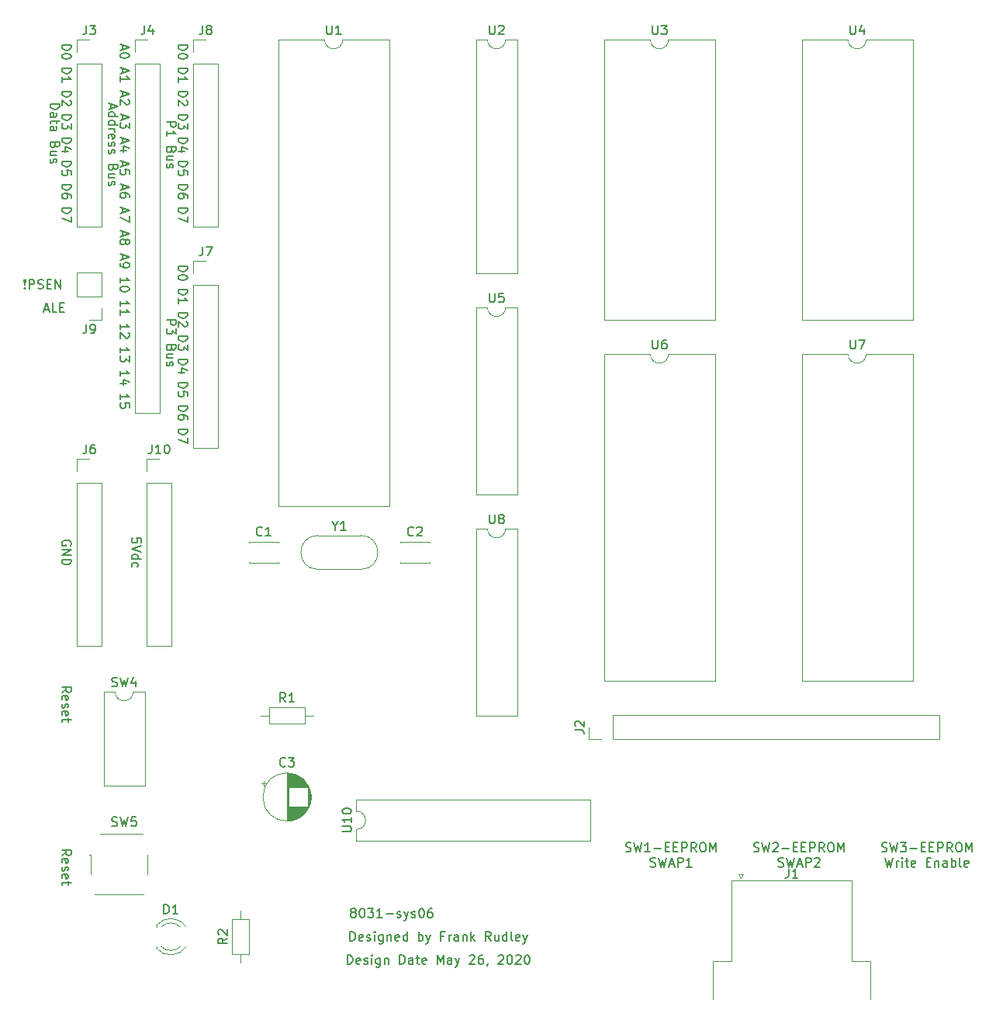
<source format=gbr>
G04 #@! TF.GenerationSoftware,KiCad,Pcbnew,(5.1.5)-3*
G04 #@! TF.CreationDate,2020-05-29T16:11:53-04:00*
G04 #@! TF.ProjectId,8031-sys06,38303331-2d73-4797-9330-362e6b696361,rev?*
G04 #@! TF.SameCoordinates,Original*
G04 #@! TF.FileFunction,Legend,Top*
G04 #@! TF.FilePolarity,Positive*
%FSLAX46Y46*%
G04 Gerber Fmt 4.6, Leading zero omitted, Abs format (unit mm)*
G04 Created by KiCad (PCBNEW (5.1.5)-3) date 2020-05-29 16:11:53*
%MOMM*%
%LPD*%
G04 APERTURE LIST*
%ADD10C,0.150000*%
%ADD11C,0.120000*%
%ADD12C,0.100000*%
G04 APERTURE END LIST*
D10*
X37417619Y-93067142D02*
X37465238Y-93114761D01*
X37417619Y-93162380D01*
X37370000Y-93114761D01*
X37417619Y-93067142D01*
X37417619Y-93162380D01*
X37417619Y-92781428D02*
X37370000Y-92210000D01*
X37417619Y-92162380D01*
X37465238Y-92210000D01*
X37417619Y-92781428D01*
X37417619Y-92162380D01*
X37893809Y-93162380D02*
X37893809Y-92162380D01*
X38274761Y-92162380D01*
X38370000Y-92210000D01*
X38417619Y-92257619D01*
X38465238Y-92352857D01*
X38465238Y-92495714D01*
X38417619Y-92590952D01*
X38370000Y-92638571D01*
X38274761Y-92686190D01*
X37893809Y-92686190D01*
X38846190Y-93114761D02*
X38989047Y-93162380D01*
X39227142Y-93162380D01*
X39322380Y-93114761D01*
X39370000Y-93067142D01*
X39417619Y-92971904D01*
X39417619Y-92876666D01*
X39370000Y-92781428D01*
X39322380Y-92733809D01*
X39227142Y-92686190D01*
X39036666Y-92638571D01*
X38941428Y-92590952D01*
X38893809Y-92543333D01*
X38846190Y-92448095D01*
X38846190Y-92352857D01*
X38893809Y-92257619D01*
X38941428Y-92210000D01*
X39036666Y-92162380D01*
X39274761Y-92162380D01*
X39417619Y-92210000D01*
X39846190Y-92638571D02*
X40179523Y-92638571D01*
X40322380Y-93162380D02*
X39846190Y-93162380D01*
X39846190Y-92162380D01*
X40322380Y-92162380D01*
X40750952Y-93162380D02*
X40750952Y-92162380D01*
X41322380Y-93162380D01*
X41322380Y-92162380D01*
X39544761Y-95416666D02*
X40020952Y-95416666D01*
X39449523Y-95702380D02*
X39782857Y-94702380D01*
X40116190Y-95702380D01*
X40925714Y-95702380D02*
X40449523Y-95702380D01*
X40449523Y-94702380D01*
X41259047Y-95178571D02*
X41592380Y-95178571D01*
X41735238Y-95702380D02*
X41259047Y-95702380D01*
X41259047Y-94702380D01*
X41735238Y-94702380D01*
X50077619Y-120848571D02*
X50077619Y-120372380D01*
X49601428Y-120324761D01*
X49649047Y-120372380D01*
X49696666Y-120467619D01*
X49696666Y-120705714D01*
X49649047Y-120800952D01*
X49601428Y-120848571D01*
X49506190Y-120896190D01*
X49268095Y-120896190D01*
X49172857Y-120848571D01*
X49125238Y-120800952D01*
X49077619Y-120705714D01*
X49077619Y-120467619D01*
X49125238Y-120372380D01*
X49172857Y-120324761D01*
X50077619Y-121181904D02*
X49077619Y-121515238D01*
X50077619Y-121848571D01*
X49077619Y-122610476D02*
X50077619Y-122610476D01*
X49125238Y-122610476D02*
X49077619Y-122515238D01*
X49077619Y-122324761D01*
X49125238Y-122229523D01*
X49172857Y-122181904D01*
X49268095Y-122134285D01*
X49553809Y-122134285D01*
X49649047Y-122181904D01*
X49696666Y-122229523D01*
X49744285Y-122324761D01*
X49744285Y-122515238D01*
X49696666Y-122610476D01*
X49125238Y-123515238D02*
X49077619Y-123420000D01*
X49077619Y-123229523D01*
X49125238Y-123134285D01*
X49172857Y-123086666D01*
X49268095Y-123039047D01*
X49553809Y-123039047D01*
X49649047Y-123086666D01*
X49696666Y-123134285D01*
X49744285Y-123229523D01*
X49744285Y-123420000D01*
X49696666Y-123515238D01*
X42410000Y-121158095D02*
X42457619Y-121062857D01*
X42457619Y-120920000D01*
X42410000Y-120777142D01*
X42314761Y-120681904D01*
X42219523Y-120634285D01*
X42029047Y-120586666D01*
X41886190Y-120586666D01*
X41695714Y-120634285D01*
X41600476Y-120681904D01*
X41505238Y-120777142D01*
X41457619Y-120920000D01*
X41457619Y-121015238D01*
X41505238Y-121158095D01*
X41552857Y-121205714D01*
X41886190Y-121205714D01*
X41886190Y-121015238D01*
X41457619Y-121634285D02*
X42457619Y-121634285D01*
X41457619Y-122205714D01*
X42457619Y-122205714D01*
X41457619Y-122681904D02*
X42457619Y-122681904D01*
X42457619Y-122920000D01*
X42410000Y-123062857D01*
X42314761Y-123158095D01*
X42219523Y-123205714D01*
X42029047Y-123253333D01*
X41886190Y-123253333D01*
X41695714Y-123205714D01*
X41600476Y-123158095D01*
X41505238Y-123062857D01*
X41457619Y-122920000D01*
X41457619Y-122681904D01*
X54157619Y-108481904D02*
X55157619Y-108481904D01*
X55157619Y-108720000D01*
X55110000Y-108862857D01*
X55014761Y-108958095D01*
X54919523Y-109005714D01*
X54729047Y-109053333D01*
X54586190Y-109053333D01*
X54395714Y-109005714D01*
X54300476Y-108958095D01*
X54205238Y-108862857D01*
X54157619Y-108720000D01*
X54157619Y-108481904D01*
X55157619Y-109386666D02*
X55157619Y-110053333D01*
X54157619Y-109624761D01*
X54157619Y-105941904D02*
X55157619Y-105941904D01*
X55157619Y-106180000D01*
X55110000Y-106322857D01*
X55014761Y-106418095D01*
X54919523Y-106465714D01*
X54729047Y-106513333D01*
X54586190Y-106513333D01*
X54395714Y-106465714D01*
X54300476Y-106418095D01*
X54205238Y-106322857D01*
X54157619Y-106180000D01*
X54157619Y-105941904D01*
X55157619Y-107370476D02*
X55157619Y-107180000D01*
X55110000Y-107084761D01*
X55062380Y-107037142D01*
X54919523Y-106941904D01*
X54729047Y-106894285D01*
X54348095Y-106894285D01*
X54252857Y-106941904D01*
X54205238Y-106989523D01*
X54157619Y-107084761D01*
X54157619Y-107275238D01*
X54205238Y-107370476D01*
X54252857Y-107418095D01*
X54348095Y-107465714D01*
X54586190Y-107465714D01*
X54681428Y-107418095D01*
X54729047Y-107370476D01*
X54776666Y-107275238D01*
X54776666Y-107084761D01*
X54729047Y-106989523D01*
X54681428Y-106941904D01*
X54586190Y-106894285D01*
X54157619Y-103401904D02*
X55157619Y-103401904D01*
X55157619Y-103640000D01*
X55110000Y-103782857D01*
X55014761Y-103878095D01*
X54919523Y-103925714D01*
X54729047Y-103973333D01*
X54586190Y-103973333D01*
X54395714Y-103925714D01*
X54300476Y-103878095D01*
X54205238Y-103782857D01*
X54157619Y-103640000D01*
X54157619Y-103401904D01*
X55157619Y-104878095D02*
X55157619Y-104401904D01*
X54681428Y-104354285D01*
X54729047Y-104401904D01*
X54776666Y-104497142D01*
X54776666Y-104735238D01*
X54729047Y-104830476D01*
X54681428Y-104878095D01*
X54586190Y-104925714D01*
X54348095Y-104925714D01*
X54252857Y-104878095D01*
X54205238Y-104830476D01*
X54157619Y-104735238D01*
X54157619Y-104497142D01*
X54205238Y-104401904D01*
X54252857Y-104354285D01*
X54157619Y-100861904D02*
X55157619Y-100861904D01*
X55157619Y-101100000D01*
X55110000Y-101242857D01*
X55014761Y-101338095D01*
X54919523Y-101385714D01*
X54729047Y-101433333D01*
X54586190Y-101433333D01*
X54395714Y-101385714D01*
X54300476Y-101338095D01*
X54205238Y-101242857D01*
X54157619Y-101100000D01*
X54157619Y-100861904D01*
X54824285Y-102290476D02*
X54157619Y-102290476D01*
X55205238Y-102052380D02*
X54490952Y-101814285D01*
X54490952Y-102433333D01*
X54157619Y-98321904D02*
X55157619Y-98321904D01*
X55157619Y-98560000D01*
X55110000Y-98702857D01*
X55014761Y-98798095D01*
X54919523Y-98845714D01*
X54729047Y-98893333D01*
X54586190Y-98893333D01*
X54395714Y-98845714D01*
X54300476Y-98798095D01*
X54205238Y-98702857D01*
X54157619Y-98560000D01*
X54157619Y-98321904D01*
X55157619Y-99226666D02*
X55157619Y-99845714D01*
X54776666Y-99512380D01*
X54776666Y-99655238D01*
X54729047Y-99750476D01*
X54681428Y-99798095D01*
X54586190Y-99845714D01*
X54348095Y-99845714D01*
X54252857Y-99798095D01*
X54205238Y-99750476D01*
X54157619Y-99655238D01*
X54157619Y-99369523D01*
X54205238Y-99274285D01*
X54252857Y-99226666D01*
X54157619Y-95781904D02*
X55157619Y-95781904D01*
X55157619Y-96020000D01*
X55110000Y-96162857D01*
X55014761Y-96258095D01*
X54919523Y-96305714D01*
X54729047Y-96353333D01*
X54586190Y-96353333D01*
X54395714Y-96305714D01*
X54300476Y-96258095D01*
X54205238Y-96162857D01*
X54157619Y-96020000D01*
X54157619Y-95781904D01*
X55062380Y-96734285D02*
X55110000Y-96781904D01*
X55157619Y-96877142D01*
X55157619Y-97115238D01*
X55110000Y-97210476D01*
X55062380Y-97258095D01*
X54967142Y-97305714D01*
X54871904Y-97305714D01*
X54729047Y-97258095D01*
X54157619Y-96686666D01*
X54157619Y-97305714D01*
X54157619Y-93241904D02*
X55157619Y-93241904D01*
X55157619Y-93480000D01*
X55110000Y-93622857D01*
X55014761Y-93718095D01*
X54919523Y-93765714D01*
X54729047Y-93813333D01*
X54586190Y-93813333D01*
X54395714Y-93765714D01*
X54300476Y-93718095D01*
X54205238Y-93622857D01*
X54157619Y-93480000D01*
X54157619Y-93241904D01*
X54157619Y-94765714D02*
X54157619Y-94194285D01*
X54157619Y-94480000D02*
X55157619Y-94480000D01*
X55014761Y-94384761D01*
X54919523Y-94289523D01*
X54871904Y-94194285D01*
X54157619Y-90701904D02*
X55157619Y-90701904D01*
X55157619Y-90940000D01*
X55110000Y-91082857D01*
X55014761Y-91178095D01*
X54919523Y-91225714D01*
X54729047Y-91273333D01*
X54586190Y-91273333D01*
X54395714Y-91225714D01*
X54300476Y-91178095D01*
X54205238Y-91082857D01*
X54157619Y-90940000D01*
X54157619Y-90701904D01*
X55157619Y-91892380D02*
X55157619Y-91987619D01*
X55110000Y-92082857D01*
X55062380Y-92130476D01*
X54967142Y-92178095D01*
X54776666Y-92225714D01*
X54538571Y-92225714D01*
X54348095Y-92178095D01*
X54252857Y-92130476D01*
X54205238Y-92082857D01*
X54157619Y-91987619D01*
X54157619Y-91892380D01*
X54205238Y-91797142D01*
X54252857Y-91749523D01*
X54348095Y-91701904D01*
X54538571Y-91654285D01*
X54776666Y-91654285D01*
X54967142Y-91701904D01*
X55062380Y-91749523D01*
X55110000Y-91797142D01*
X55157619Y-91892380D01*
X52887619Y-96583809D02*
X53887619Y-96583809D01*
X53887619Y-96964761D01*
X53840000Y-97060000D01*
X53792380Y-97107619D01*
X53697142Y-97155238D01*
X53554285Y-97155238D01*
X53459047Y-97107619D01*
X53411428Y-97060000D01*
X53363809Y-96964761D01*
X53363809Y-96583809D01*
X53887619Y-97488571D02*
X53887619Y-98107619D01*
X53506666Y-97774285D01*
X53506666Y-97917142D01*
X53459047Y-98012380D01*
X53411428Y-98060000D01*
X53316190Y-98107619D01*
X53078095Y-98107619D01*
X52982857Y-98060000D01*
X52935238Y-98012380D01*
X52887619Y-97917142D01*
X52887619Y-97631428D01*
X52935238Y-97536190D01*
X52982857Y-97488571D01*
X53411428Y-99631428D02*
X53363809Y-99774285D01*
X53316190Y-99821904D01*
X53220952Y-99869523D01*
X53078095Y-99869523D01*
X52982857Y-99821904D01*
X52935238Y-99774285D01*
X52887619Y-99679047D01*
X52887619Y-99298095D01*
X53887619Y-99298095D01*
X53887619Y-99631428D01*
X53840000Y-99726666D01*
X53792380Y-99774285D01*
X53697142Y-99821904D01*
X53601904Y-99821904D01*
X53506666Y-99774285D01*
X53459047Y-99726666D01*
X53411428Y-99631428D01*
X53411428Y-99298095D01*
X53554285Y-100726666D02*
X52887619Y-100726666D01*
X53554285Y-100298095D02*
X53030476Y-100298095D01*
X52935238Y-100345714D01*
X52887619Y-100440952D01*
X52887619Y-100583809D01*
X52935238Y-100679047D01*
X52982857Y-100726666D01*
X52935238Y-101155238D02*
X52887619Y-101250476D01*
X52887619Y-101440952D01*
X52935238Y-101536190D01*
X53030476Y-101583809D01*
X53078095Y-101583809D01*
X53173333Y-101536190D01*
X53220952Y-101440952D01*
X53220952Y-101298095D01*
X53268571Y-101202857D01*
X53363809Y-101155238D01*
X53411428Y-101155238D01*
X53506666Y-101202857D01*
X53554285Y-101298095D01*
X53554285Y-101440952D01*
X53506666Y-101536190D01*
X54157619Y-84351904D02*
X55157619Y-84351904D01*
X55157619Y-84590000D01*
X55110000Y-84732857D01*
X55014761Y-84828095D01*
X54919523Y-84875714D01*
X54729047Y-84923333D01*
X54586190Y-84923333D01*
X54395714Y-84875714D01*
X54300476Y-84828095D01*
X54205238Y-84732857D01*
X54157619Y-84590000D01*
X54157619Y-84351904D01*
X55157619Y-85256666D02*
X55157619Y-85923333D01*
X54157619Y-85494761D01*
X54157619Y-81811904D02*
X55157619Y-81811904D01*
X55157619Y-82050000D01*
X55110000Y-82192857D01*
X55014761Y-82288095D01*
X54919523Y-82335714D01*
X54729047Y-82383333D01*
X54586190Y-82383333D01*
X54395714Y-82335714D01*
X54300476Y-82288095D01*
X54205238Y-82192857D01*
X54157619Y-82050000D01*
X54157619Y-81811904D01*
X55157619Y-83240476D02*
X55157619Y-83050000D01*
X55110000Y-82954761D01*
X55062380Y-82907142D01*
X54919523Y-82811904D01*
X54729047Y-82764285D01*
X54348095Y-82764285D01*
X54252857Y-82811904D01*
X54205238Y-82859523D01*
X54157619Y-82954761D01*
X54157619Y-83145238D01*
X54205238Y-83240476D01*
X54252857Y-83288095D01*
X54348095Y-83335714D01*
X54586190Y-83335714D01*
X54681428Y-83288095D01*
X54729047Y-83240476D01*
X54776666Y-83145238D01*
X54776666Y-82954761D01*
X54729047Y-82859523D01*
X54681428Y-82811904D01*
X54586190Y-82764285D01*
X54157619Y-79271904D02*
X55157619Y-79271904D01*
X55157619Y-79510000D01*
X55110000Y-79652857D01*
X55014761Y-79748095D01*
X54919523Y-79795714D01*
X54729047Y-79843333D01*
X54586190Y-79843333D01*
X54395714Y-79795714D01*
X54300476Y-79748095D01*
X54205238Y-79652857D01*
X54157619Y-79510000D01*
X54157619Y-79271904D01*
X55157619Y-80748095D02*
X55157619Y-80271904D01*
X54681428Y-80224285D01*
X54729047Y-80271904D01*
X54776666Y-80367142D01*
X54776666Y-80605238D01*
X54729047Y-80700476D01*
X54681428Y-80748095D01*
X54586190Y-80795714D01*
X54348095Y-80795714D01*
X54252857Y-80748095D01*
X54205238Y-80700476D01*
X54157619Y-80605238D01*
X54157619Y-80367142D01*
X54205238Y-80271904D01*
X54252857Y-80224285D01*
X54157619Y-76731904D02*
X55157619Y-76731904D01*
X55157619Y-76970000D01*
X55110000Y-77112857D01*
X55014761Y-77208095D01*
X54919523Y-77255714D01*
X54729047Y-77303333D01*
X54586190Y-77303333D01*
X54395714Y-77255714D01*
X54300476Y-77208095D01*
X54205238Y-77112857D01*
X54157619Y-76970000D01*
X54157619Y-76731904D01*
X54824285Y-78160476D02*
X54157619Y-78160476D01*
X55205238Y-77922380D02*
X54490952Y-77684285D01*
X54490952Y-78303333D01*
X54157619Y-74191904D02*
X55157619Y-74191904D01*
X55157619Y-74430000D01*
X55110000Y-74572857D01*
X55014761Y-74668095D01*
X54919523Y-74715714D01*
X54729047Y-74763333D01*
X54586190Y-74763333D01*
X54395714Y-74715714D01*
X54300476Y-74668095D01*
X54205238Y-74572857D01*
X54157619Y-74430000D01*
X54157619Y-74191904D01*
X55157619Y-75096666D02*
X55157619Y-75715714D01*
X54776666Y-75382380D01*
X54776666Y-75525238D01*
X54729047Y-75620476D01*
X54681428Y-75668095D01*
X54586190Y-75715714D01*
X54348095Y-75715714D01*
X54252857Y-75668095D01*
X54205238Y-75620476D01*
X54157619Y-75525238D01*
X54157619Y-75239523D01*
X54205238Y-75144285D01*
X54252857Y-75096666D01*
X54157619Y-71651904D02*
X55157619Y-71651904D01*
X55157619Y-71890000D01*
X55110000Y-72032857D01*
X55014761Y-72128095D01*
X54919523Y-72175714D01*
X54729047Y-72223333D01*
X54586190Y-72223333D01*
X54395714Y-72175714D01*
X54300476Y-72128095D01*
X54205238Y-72032857D01*
X54157619Y-71890000D01*
X54157619Y-71651904D01*
X55062380Y-72604285D02*
X55110000Y-72651904D01*
X55157619Y-72747142D01*
X55157619Y-72985238D01*
X55110000Y-73080476D01*
X55062380Y-73128095D01*
X54967142Y-73175714D01*
X54871904Y-73175714D01*
X54729047Y-73128095D01*
X54157619Y-72556666D01*
X54157619Y-73175714D01*
X54157619Y-69111904D02*
X55157619Y-69111904D01*
X55157619Y-69350000D01*
X55110000Y-69492857D01*
X55014761Y-69588095D01*
X54919523Y-69635714D01*
X54729047Y-69683333D01*
X54586190Y-69683333D01*
X54395714Y-69635714D01*
X54300476Y-69588095D01*
X54205238Y-69492857D01*
X54157619Y-69350000D01*
X54157619Y-69111904D01*
X54157619Y-70635714D02*
X54157619Y-70064285D01*
X54157619Y-70350000D02*
X55157619Y-70350000D01*
X55014761Y-70254761D01*
X54919523Y-70159523D01*
X54871904Y-70064285D01*
X54157619Y-66571904D02*
X55157619Y-66571904D01*
X55157619Y-66810000D01*
X55110000Y-66952857D01*
X55014761Y-67048095D01*
X54919523Y-67095714D01*
X54729047Y-67143333D01*
X54586190Y-67143333D01*
X54395714Y-67095714D01*
X54300476Y-67048095D01*
X54205238Y-66952857D01*
X54157619Y-66810000D01*
X54157619Y-66571904D01*
X55157619Y-67762380D02*
X55157619Y-67857619D01*
X55110000Y-67952857D01*
X55062380Y-68000476D01*
X54967142Y-68048095D01*
X54776666Y-68095714D01*
X54538571Y-68095714D01*
X54348095Y-68048095D01*
X54252857Y-68000476D01*
X54205238Y-67952857D01*
X54157619Y-67857619D01*
X54157619Y-67762380D01*
X54205238Y-67667142D01*
X54252857Y-67619523D01*
X54348095Y-67571904D01*
X54538571Y-67524285D01*
X54776666Y-67524285D01*
X54967142Y-67571904D01*
X55062380Y-67619523D01*
X55110000Y-67667142D01*
X55157619Y-67762380D01*
X52887619Y-74993809D02*
X53887619Y-74993809D01*
X53887619Y-75374761D01*
X53840000Y-75470000D01*
X53792380Y-75517619D01*
X53697142Y-75565238D01*
X53554285Y-75565238D01*
X53459047Y-75517619D01*
X53411428Y-75470000D01*
X53363809Y-75374761D01*
X53363809Y-74993809D01*
X52887619Y-76517619D02*
X52887619Y-75946190D01*
X52887619Y-76231904D02*
X53887619Y-76231904D01*
X53744761Y-76136666D01*
X53649523Y-76041428D01*
X53601904Y-75946190D01*
X53411428Y-78041428D02*
X53363809Y-78184285D01*
X53316190Y-78231904D01*
X53220952Y-78279523D01*
X53078095Y-78279523D01*
X52982857Y-78231904D01*
X52935238Y-78184285D01*
X52887619Y-78089047D01*
X52887619Y-77708095D01*
X53887619Y-77708095D01*
X53887619Y-78041428D01*
X53840000Y-78136666D01*
X53792380Y-78184285D01*
X53697142Y-78231904D01*
X53601904Y-78231904D01*
X53506666Y-78184285D01*
X53459047Y-78136666D01*
X53411428Y-78041428D01*
X53411428Y-77708095D01*
X53554285Y-79136666D02*
X52887619Y-79136666D01*
X53554285Y-78708095D02*
X53030476Y-78708095D01*
X52935238Y-78755714D01*
X52887619Y-78850952D01*
X52887619Y-78993809D01*
X52935238Y-79089047D01*
X52982857Y-79136666D01*
X52935238Y-79565238D02*
X52887619Y-79660476D01*
X52887619Y-79850952D01*
X52935238Y-79946190D01*
X53030476Y-79993809D01*
X53078095Y-79993809D01*
X53173333Y-79946190D01*
X53220952Y-79850952D01*
X53220952Y-79708095D01*
X53268571Y-79612857D01*
X53363809Y-79565238D01*
X53411428Y-79565238D01*
X53506666Y-79612857D01*
X53554285Y-79708095D01*
X53554285Y-79850952D01*
X53506666Y-79946190D01*
X47807619Y-105219523D02*
X47807619Y-104648095D01*
X47807619Y-104933809D02*
X48807619Y-104933809D01*
X48664761Y-104838571D01*
X48569523Y-104743333D01*
X48521904Y-104648095D01*
X48807619Y-106124285D02*
X48807619Y-105648095D01*
X48331428Y-105600476D01*
X48379047Y-105648095D01*
X48426666Y-105743333D01*
X48426666Y-105981428D01*
X48379047Y-106076666D01*
X48331428Y-106124285D01*
X48236190Y-106171904D01*
X47998095Y-106171904D01*
X47902857Y-106124285D01*
X47855238Y-106076666D01*
X47807619Y-105981428D01*
X47807619Y-105743333D01*
X47855238Y-105648095D01*
X47902857Y-105600476D01*
X47807619Y-102679523D02*
X47807619Y-102108095D01*
X47807619Y-102393809D02*
X48807619Y-102393809D01*
X48664761Y-102298571D01*
X48569523Y-102203333D01*
X48521904Y-102108095D01*
X48474285Y-103536666D02*
X47807619Y-103536666D01*
X48855238Y-103298571D02*
X48140952Y-103060476D01*
X48140952Y-103679523D01*
X47807619Y-100139523D02*
X47807619Y-99568095D01*
X47807619Y-99853809D02*
X48807619Y-99853809D01*
X48664761Y-99758571D01*
X48569523Y-99663333D01*
X48521904Y-99568095D01*
X48807619Y-100472857D02*
X48807619Y-101091904D01*
X48426666Y-100758571D01*
X48426666Y-100901428D01*
X48379047Y-100996666D01*
X48331428Y-101044285D01*
X48236190Y-101091904D01*
X47998095Y-101091904D01*
X47902857Y-101044285D01*
X47855238Y-100996666D01*
X47807619Y-100901428D01*
X47807619Y-100615714D01*
X47855238Y-100520476D01*
X47902857Y-100472857D01*
X47807619Y-97599523D02*
X47807619Y-97028095D01*
X47807619Y-97313809D02*
X48807619Y-97313809D01*
X48664761Y-97218571D01*
X48569523Y-97123333D01*
X48521904Y-97028095D01*
X48712380Y-97980476D02*
X48760000Y-98028095D01*
X48807619Y-98123333D01*
X48807619Y-98361428D01*
X48760000Y-98456666D01*
X48712380Y-98504285D01*
X48617142Y-98551904D01*
X48521904Y-98551904D01*
X48379047Y-98504285D01*
X47807619Y-97932857D01*
X47807619Y-98551904D01*
X47807619Y-95059523D02*
X47807619Y-94488095D01*
X47807619Y-94773809D02*
X48807619Y-94773809D01*
X48664761Y-94678571D01*
X48569523Y-94583333D01*
X48521904Y-94488095D01*
X47807619Y-96011904D02*
X47807619Y-95440476D01*
X47807619Y-95726190D02*
X48807619Y-95726190D01*
X48664761Y-95630952D01*
X48569523Y-95535714D01*
X48521904Y-95440476D01*
X47807619Y-92519523D02*
X47807619Y-91948095D01*
X47807619Y-92233809D02*
X48807619Y-92233809D01*
X48664761Y-92138571D01*
X48569523Y-92043333D01*
X48521904Y-91948095D01*
X48807619Y-93138571D02*
X48807619Y-93233809D01*
X48760000Y-93329047D01*
X48712380Y-93376666D01*
X48617142Y-93424285D01*
X48426666Y-93471904D01*
X48188571Y-93471904D01*
X47998095Y-93424285D01*
X47902857Y-93376666D01*
X47855238Y-93329047D01*
X47807619Y-93233809D01*
X47807619Y-93138571D01*
X47855238Y-93043333D01*
X47902857Y-92995714D01*
X47998095Y-92948095D01*
X48188571Y-92900476D01*
X48426666Y-92900476D01*
X48617142Y-92948095D01*
X48712380Y-92995714D01*
X48760000Y-93043333D01*
X48807619Y-93138571D01*
X48093333Y-89455714D02*
X48093333Y-89931904D01*
X47807619Y-89360476D02*
X48807619Y-89693809D01*
X47807619Y-90027142D01*
X47807619Y-90408095D02*
X47807619Y-90598571D01*
X47855238Y-90693809D01*
X47902857Y-90741428D01*
X48045714Y-90836666D01*
X48236190Y-90884285D01*
X48617142Y-90884285D01*
X48712380Y-90836666D01*
X48760000Y-90789047D01*
X48807619Y-90693809D01*
X48807619Y-90503333D01*
X48760000Y-90408095D01*
X48712380Y-90360476D01*
X48617142Y-90312857D01*
X48379047Y-90312857D01*
X48283809Y-90360476D01*
X48236190Y-90408095D01*
X48188571Y-90503333D01*
X48188571Y-90693809D01*
X48236190Y-90789047D01*
X48283809Y-90836666D01*
X48379047Y-90884285D01*
X48093333Y-86915714D02*
X48093333Y-87391904D01*
X47807619Y-86820476D02*
X48807619Y-87153809D01*
X47807619Y-87487142D01*
X48379047Y-87963333D02*
X48426666Y-87868095D01*
X48474285Y-87820476D01*
X48569523Y-87772857D01*
X48617142Y-87772857D01*
X48712380Y-87820476D01*
X48760000Y-87868095D01*
X48807619Y-87963333D01*
X48807619Y-88153809D01*
X48760000Y-88249047D01*
X48712380Y-88296666D01*
X48617142Y-88344285D01*
X48569523Y-88344285D01*
X48474285Y-88296666D01*
X48426666Y-88249047D01*
X48379047Y-88153809D01*
X48379047Y-87963333D01*
X48331428Y-87868095D01*
X48283809Y-87820476D01*
X48188571Y-87772857D01*
X47998095Y-87772857D01*
X47902857Y-87820476D01*
X47855238Y-87868095D01*
X47807619Y-87963333D01*
X47807619Y-88153809D01*
X47855238Y-88249047D01*
X47902857Y-88296666D01*
X47998095Y-88344285D01*
X48188571Y-88344285D01*
X48283809Y-88296666D01*
X48331428Y-88249047D01*
X48379047Y-88153809D01*
X48093333Y-84375714D02*
X48093333Y-84851904D01*
X47807619Y-84280476D02*
X48807619Y-84613809D01*
X47807619Y-84947142D01*
X48807619Y-85185238D02*
X48807619Y-85851904D01*
X47807619Y-85423333D01*
X48093333Y-81835714D02*
X48093333Y-82311904D01*
X47807619Y-81740476D02*
X48807619Y-82073809D01*
X47807619Y-82407142D01*
X48807619Y-83169047D02*
X48807619Y-82978571D01*
X48760000Y-82883333D01*
X48712380Y-82835714D01*
X48569523Y-82740476D01*
X48379047Y-82692857D01*
X47998095Y-82692857D01*
X47902857Y-82740476D01*
X47855238Y-82788095D01*
X47807619Y-82883333D01*
X47807619Y-83073809D01*
X47855238Y-83169047D01*
X47902857Y-83216666D01*
X47998095Y-83264285D01*
X48236190Y-83264285D01*
X48331428Y-83216666D01*
X48379047Y-83169047D01*
X48426666Y-83073809D01*
X48426666Y-82883333D01*
X48379047Y-82788095D01*
X48331428Y-82740476D01*
X48236190Y-82692857D01*
X48093333Y-79295714D02*
X48093333Y-79771904D01*
X47807619Y-79200476D02*
X48807619Y-79533809D01*
X47807619Y-79867142D01*
X48807619Y-80676666D02*
X48807619Y-80200476D01*
X48331428Y-80152857D01*
X48379047Y-80200476D01*
X48426666Y-80295714D01*
X48426666Y-80533809D01*
X48379047Y-80629047D01*
X48331428Y-80676666D01*
X48236190Y-80724285D01*
X47998095Y-80724285D01*
X47902857Y-80676666D01*
X47855238Y-80629047D01*
X47807619Y-80533809D01*
X47807619Y-80295714D01*
X47855238Y-80200476D01*
X47902857Y-80152857D01*
X48093333Y-76755714D02*
X48093333Y-77231904D01*
X47807619Y-76660476D02*
X48807619Y-76993809D01*
X47807619Y-77327142D01*
X48474285Y-78089047D02*
X47807619Y-78089047D01*
X48855238Y-77850952D02*
X48140952Y-77612857D01*
X48140952Y-78231904D01*
X48093333Y-74215714D02*
X48093333Y-74691904D01*
X47807619Y-74120476D02*
X48807619Y-74453809D01*
X47807619Y-74787142D01*
X48807619Y-75025238D02*
X48807619Y-75644285D01*
X48426666Y-75310952D01*
X48426666Y-75453809D01*
X48379047Y-75549047D01*
X48331428Y-75596666D01*
X48236190Y-75644285D01*
X47998095Y-75644285D01*
X47902857Y-75596666D01*
X47855238Y-75549047D01*
X47807619Y-75453809D01*
X47807619Y-75168095D01*
X47855238Y-75072857D01*
X47902857Y-75025238D01*
X48093333Y-71675714D02*
X48093333Y-72151904D01*
X47807619Y-71580476D02*
X48807619Y-71913809D01*
X47807619Y-72247142D01*
X48712380Y-72532857D02*
X48760000Y-72580476D01*
X48807619Y-72675714D01*
X48807619Y-72913809D01*
X48760000Y-73009047D01*
X48712380Y-73056666D01*
X48617142Y-73104285D01*
X48521904Y-73104285D01*
X48379047Y-73056666D01*
X47807619Y-72485238D01*
X47807619Y-73104285D01*
X48093333Y-69135714D02*
X48093333Y-69611904D01*
X47807619Y-69040476D02*
X48807619Y-69373809D01*
X47807619Y-69707142D01*
X47807619Y-70564285D02*
X47807619Y-69992857D01*
X47807619Y-70278571D02*
X48807619Y-70278571D01*
X48664761Y-70183333D01*
X48569523Y-70088095D01*
X48521904Y-69992857D01*
X48093333Y-66595714D02*
X48093333Y-67071904D01*
X47807619Y-66500476D02*
X48807619Y-66833809D01*
X47807619Y-67167142D01*
X48807619Y-67690952D02*
X48807619Y-67786190D01*
X48760000Y-67881428D01*
X48712380Y-67929047D01*
X48617142Y-67976666D01*
X48426666Y-68024285D01*
X48188571Y-68024285D01*
X47998095Y-67976666D01*
X47902857Y-67929047D01*
X47855238Y-67881428D01*
X47807619Y-67786190D01*
X47807619Y-67690952D01*
X47855238Y-67595714D01*
X47902857Y-67548095D01*
X47998095Y-67500476D01*
X48188571Y-67452857D01*
X48426666Y-67452857D01*
X48617142Y-67500476D01*
X48712380Y-67548095D01*
X48760000Y-67595714D01*
X48807619Y-67690952D01*
X46823333Y-73041428D02*
X46823333Y-73517619D01*
X46537619Y-72946190D02*
X47537619Y-73279523D01*
X46537619Y-73612857D01*
X46537619Y-74374761D02*
X47537619Y-74374761D01*
X46585238Y-74374761D02*
X46537619Y-74279523D01*
X46537619Y-74089047D01*
X46585238Y-73993809D01*
X46632857Y-73946190D01*
X46728095Y-73898571D01*
X47013809Y-73898571D01*
X47109047Y-73946190D01*
X47156666Y-73993809D01*
X47204285Y-74089047D01*
X47204285Y-74279523D01*
X47156666Y-74374761D01*
X46537619Y-75279523D02*
X47537619Y-75279523D01*
X46585238Y-75279523D02*
X46537619Y-75184285D01*
X46537619Y-74993809D01*
X46585238Y-74898571D01*
X46632857Y-74850952D01*
X46728095Y-74803333D01*
X47013809Y-74803333D01*
X47109047Y-74850952D01*
X47156666Y-74898571D01*
X47204285Y-74993809D01*
X47204285Y-75184285D01*
X47156666Y-75279523D01*
X46537619Y-75755714D02*
X47204285Y-75755714D01*
X47013809Y-75755714D02*
X47109047Y-75803333D01*
X47156666Y-75850952D01*
X47204285Y-75946190D01*
X47204285Y-76041428D01*
X46585238Y-76755714D02*
X46537619Y-76660476D01*
X46537619Y-76470000D01*
X46585238Y-76374761D01*
X46680476Y-76327142D01*
X47061428Y-76327142D01*
X47156666Y-76374761D01*
X47204285Y-76470000D01*
X47204285Y-76660476D01*
X47156666Y-76755714D01*
X47061428Y-76803333D01*
X46966190Y-76803333D01*
X46870952Y-76327142D01*
X46585238Y-77184285D02*
X46537619Y-77279523D01*
X46537619Y-77470000D01*
X46585238Y-77565238D01*
X46680476Y-77612857D01*
X46728095Y-77612857D01*
X46823333Y-77565238D01*
X46870952Y-77470000D01*
X46870952Y-77327142D01*
X46918571Y-77231904D01*
X47013809Y-77184285D01*
X47061428Y-77184285D01*
X47156666Y-77231904D01*
X47204285Y-77327142D01*
X47204285Y-77470000D01*
X47156666Y-77565238D01*
X46585238Y-77993809D02*
X46537619Y-78089047D01*
X46537619Y-78279523D01*
X46585238Y-78374761D01*
X46680476Y-78422380D01*
X46728095Y-78422380D01*
X46823333Y-78374761D01*
X46870952Y-78279523D01*
X46870952Y-78136666D01*
X46918571Y-78041428D01*
X47013809Y-77993809D01*
X47061428Y-77993809D01*
X47156666Y-78041428D01*
X47204285Y-78136666D01*
X47204285Y-78279523D01*
X47156666Y-78374761D01*
X47061428Y-79946190D02*
X47013809Y-80089047D01*
X46966190Y-80136666D01*
X46870952Y-80184285D01*
X46728095Y-80184285D01*
X46632857Y-80136666D01*
X46585238Y-80089047D01*
X46537619Y-79993809D01*
X46537619Y-79612857D01*
X47537619Y-79612857D01*
X47537619Y-79946190D01*
X47490000Y-80041428D01*
X47442380Y-80089047D01*
X47347142Y-80136666D01*
X47251904Y-80136666D01*
X47156666Y-80089047D01*
X47109047Y-80041428D01*
X47061428Y-79946190D01*
X47061428Y-79612857D01*
X47204285Y-81041428D02*
X46537619Y-81041428D01*
X47204285Y-80612857D02*
X46680476Y-80612857D01*
X46585238Y-80660476D01*
X46537619Y-80755714D01*
X46537619Y-80898571D01*
X46585238Y-80993809D01*
X46632857Y-81041428D01*
X46585238Y-81470000D02*
X46537619Y-81565238D01*
X46537619Y-81755714D01*
X46585238Y-81850952D01*
X46680476Y-81898571D01*
X46728095Y-81898571D01*
X46823333Y-81850952D01*
X46870952Y-81755714D01*
X46870952Y-81612857D01*
X46918571Y-81517619D01*
X47013809Y-81470000D01*
X47061428Y-81470000D01*
X47156666Y-81517619D01*
X47204285Y-81612857D01*
X47204285Y-81755714D01*
X47156666Y-81850952D01*
X41457619Y-84351904D02*
X42457619Y-84351904D01*
X42457619Y-84590000D01*
X42410000Y-84732857D01*
X42314761Y-84828095D01*
X42219523Y-84875714D01*
X42029047Y-84923333D01*
X41886190Y-84923333D01*
X41695714Y-84875714D01*
X41600476Y-84828095D01*
X41505238Y-84732857D01*
X41457619Y-84590000D01*
X41457619Y-84351904D01*
X42457619Y-85256666D02*
X42457619Y-85923333D01*
X41457619Y-85494761D01*
X41457619Y-81811904D02*
X42457619Y-81811904D01*
X42457619Y-82050000D01*
X42410000Y-82192857D01*
X42314761Y-82288095D01*
X42219523Y-82335714D01*
X42029047Y-82383333D01*
X41886190Y-82383333D01*
X41695714Y-82335714D01*
X41600476Y-82288095D01*
X41505238Y-82192857D01*
X41457619Y-82050000D01*
X41457619Y-81811904D01*
X42457619Y-83240476D02*
X42457619Y-83050000D01*
X42410000Y-82954761D01*
X42362380Y-82907142D01*
X42219523Y-82811904D01*
X42029047Y-82764285D01*
X41648095Y-82764285D01*
X41552857Y-82811904D01*
X41505238Y-82859523D01*
X41457619Y-82954761D01*
X41457619Y-83145238D01*
X41505238Y-83240476D01*
X41552857Y-83288095D01*
X41648095Y-83335714D01*
X41886190Y-83335714D01*
X41981428Y-83288095D01*
X42029047Y-83240476D01*
X42076666Y-83145238D01*
X42076666Y-82954761D01*
X42029047Y-82859523D01*
X41981428Y-82811904D01*
X41886190Y-82764285D01*
X41457619Y-79271904D02*
X42457619Y-79271904D01*
X42457619Y-79510000D01*
X42410000Y-79652857D01*
X42314761Y-79748095D01*
X42219523Y-79795714D01*
X42029047Y-79843333D01*
X41886190Y-79843333D01*
X41695714Y-79795714D01*
X41600476Y-79748095D01*
X41505238Y-79652857D01*
X41457619Y-79510000D01*
X41457619Y-79271904D01*
X42457619Y-80748095D02*
X42457619Y-80271904D01*
X41981428Y-80224285D01*
X42029047Y-80271904D01*
X42076666Y-80367142D01*
X42076666Y-80605238D01*
X42029047Y-80700476D01*
X41981428Y-80748095D01*
X41886190Y-80795714D01*
X41648095Y-80795714D01*
X41552857Y-80748095D01*
X41505238Y-80700476D01*
X41457619Y-80605238D01*
X41457619Y-80367142D01*
X41505238Y-80271904D01*
X41552857Y-80224285D01*
X41457619Y-76731904D02*
X42457619Y-76731904D01*
X42457619Y-76970000D01*
X42410000Y-77112857D01*
X42314761Y-77208095D01*
X42219523Y-77255714D01*
X42029047Y-77303333D01*
X41886190Y-77303333D01*
X41695714Y-77255714D01*
X41600476Y-77208095D01*
X41505238Y-77112857D01*
X41457619Y-76970000D01*
X41457619Y-76731904D01*
X42124285Y-78160476D02*
X41457619Y-78160476D01*
X42505238Y-77922380D02*
X41790952Y-77684285D01*
X41790952Y-78303333D01*
X41457619Y-74191904D02*
X42457619Y-74191904D01*
X42457619Y-74430000D01*
X42410000Y-74572857D01*
X42314761Y-74668095D01*
X42219523Y-74715714D01*
X42029047Y-74763333D01*
X41886190Y-74763333D01*
X41695714Y-74715714D01*
X41600476Y-74668095D01*
X41505238Y-74572857D01*
X41457619Y-74430000D01*
X41457619Y-74191904D01*
X42457619Y-75096666D02*
X42457619Y-75715714D01*
X42076666Y-75382380D01*
X42076666Y-75525238D01*
X42029047Y-75620476D01*
X41981428Y-75668095D01*
X41886190Y-75715714D01*
X41648095Y-75715714D01*
X41552857Y-75668095D01*
X41505238Y-75620476D01*
X41457619Y-75525238D01*
X41457619Y-75239523D01*
X41505238Y-75144285D01*
X41552857Y-75096666D01*
X41457619Y-71651904D02*
X42457619Y-71651904D01*
X42457619Y-71890000D01*
X42410000Y-72032857D01*
X42314761Y-72128095D01*
X42219523Y-72175714D01*
X42029047Y-72223333D01*
X41886190Y-72223333D01*
X41695714Y-72175714D01*
X41600476Y-72128095D01*
X41505238Y-72032857D01*
X41457619Y-71890000D01*
X41457619Y-71651904D01*
X42362380Y-72604285D02*
X42410000Y-72651904D01*
X42457619Y-72747142D01*
X42457619Y-72985238D01*
X42410000Y-73080476D01*
X42362380Y-73128095D01*
X42267142Y-73175714D01*
X42171904Y-73175714D01*
X42029047Y-73128095D01*
X41457619Y-72556666D01*
X41457619Y-73175714D01*
X41457619Y-69111904D02*
X42457619Y-69111904D01*
X42457619Y-69350000D01*
X42410000Y-69492857D01*
X42314761Y-69588095D01*
X42219523Y-69635714D01*
X42029047Y-69683333D01*
X41886190Y-69683333D01*
X41695714Y-69635714D01*
X41600476Y-69588095D01*
X41505238Y-69492857D01*
X41457619Y-69350000D01*
X41457619Y-69111904D01*
X41457619Y-70635714D02*
X41457619Y-70064285D01*
X41457619Y-70350000D02*
X42457619Y-70350000D01*
X42314761Y-70254761D01*
X42219523Y-70159523D01*
X42171904Y-70064285D01*
X41457619Y-66571904D02*
X42457619Y-66571904D01*
X42457619Y-66810000D01*
X42410000Y-66952857D01*
X42314761Y-67048095D01*
X42219523Y-67095714D01*
X42029047Y-67143333D01*
X41886190Y-67143333D01*
X41695714Y-67095714D01*
X41600476Y-67048095D01*
X41505238Y-66952857D01*
X41457619Y-66810000D01*
X41457619Y-66571904D01*
X42457619Y-67762380D02*
X42457619Y-67857619D01*
X42410000Y-67952857D01*
X42362380Y-68000476D01*
X42267142Y-68048095D01*
X42076666Y-68095714D01*
X41838571Y-68095714D01*
X41648095Y-68048095D01*
X41552857Y-68000476D01*
X41505238Y-67952857D01*
X41457619Y-67857619D01*
X41457619Y-67762380D01*
X41505238Y-67667142D01*
X41552857Y-67619523D01*
X41648095Y-67571904D01*
X41838571Y-67524285D01*
X42076666Y-67524285D01*
X42267142Y-67571904D01*
X42362380Y-67619523D01*
X42410000Y-67667142D01*
X42457619Y-67762380D01*
X40187619Y-73009523D02*
X41187619Y-73009523D01*
X41187619Y-73247619D01*
X41140000Y-73390476D01*
X41044761Y-73485714D01*
X40949523Y-73533333D01*
X40759047Y-73580952D01*
X40616190Y-73580952D01*
X40425714Y-73533333D01*
X40330476Y-73485714D01*
X40235238Y-73390476D01*
X40187619Y-73247619D01*
X40187619Y-73009523D01*
X40187619Y-74438095D02*
X40711428Y-74438095D01*
X40806666Y-74390476D01*
X40854285Y-74295238D01*
X40854285Y-74104761D01*
X40806666Y-74009523D01*
X40235238Y-74438095D02*
X40187619Y-74342857D01*
X40187619Y-74104761D01*
X40235238Y-74009523D01*
X40330476Y-73961904D01*
X40425714Y-73961904D01*
X40520952Y-74009523D01*
X40568571Y-74104761D01*
X40568571Y-74342857D01*
X40616190Y-74438095D01*
X40854285Y-74771428D02*
X40854285Y-75152380D01*
X41187619Y-74914285D02*
X40330476Y-74914285D01*
X40235238Y-74961904D01*
X40187619Y-75057142D01*
X40187619Y-75152380D01*
X40187619Y-75914285D02*
X40711428Y-75914285D01*
X40806666Y-75866666D01*
X40854285Y-75771428D01*
X40854285Y-75580952D01*
X40806666Y-75485714D01*
X40235238Y-75914285D02*
X40187619Y-75819047D01*
X40187619Y-75580952D01*
X40235238Y-75485714D01*
X40330476Y-75438095D01*
X40425714Y-75438095D01*
X40520952Y-75485714D01*
X40568571Y-75580952D01*
X40568571Y-75819047D01*
X40616190Y-75914285D01*
X40711428Y-77485714D02*
X40663809Y-77628571D01*
X40616190Y-77676190D01*
X40520952Y-77723809D01*
X40378095Y-77723809D01*
X40282857Y-77676190D01*
X40235238Y-77628571D01*
X40187619Y-77533333D01*
X40187619Y-77152380D01*
X41187619Y-77152380D01*
X41187619Y-77485714D01*
X41140000Y-77580952D01*
X41092380Y-77628571D01*
X40997142Y-77676190D01*
X40901904Y-77676190D01*
X40806666Y-77628571D01*
X40759047Y-77580952D01*
X40711428Y-77485714D01*
X40711428Y-77152380D01*
X40854285Y-78580952D02*
X40187619Y-78580952D01*
X40854285Y-78152380D02*
X40330476Y-78152380D01*
X40235238Y-78200000D01*
X40187619Y-78295238D01*
X40187619Y-78438095D01*
X40235238Y-78533333D01*
X40282857Y-78580952D01*
X40235238Y-79009523D02*
X40187619Y-79104761D01*
X40187619Y-79295238D01*
X40235238Y-79390476D01*
X40330476Y-79438095D01*
X40378095Y-79438095D01*
X40473333Y-79390476D01*
X40520952Y-79295238D01*
X40520952Y-79152380D01*
X40568571Y-79057142D01*
X40663809Y-79009523D01*
X40711428Y-79009523D01*
X40806666Y-79057142D01*
X40854285Y-79152380D01*
X40854285Y-79295238D01*
X40806666Y-79390476D01*
X41457619Y-137191904D02*
X41933809Y-136858571D01*
X41457619Y-136620476D02*
X42457619Y-136620476D01*
X42457619Y-137001428D01*
X42410000Y-137096666D01*
X42362380Y-137144285D01*
X42267142Y-137191904D01*
X42124285Y-137191904D01*
X42029047Y-137144285D01*
X41981428Y-137096666D01*
X41933809Y-137001428D01*
X41933809Y-136620476D01*
X41505238Y-138001428D02*
X41457619Y-137906190D01*
X41457619Y-137715714D01*
X41505238Y-137620476D01*
X41600476Y-137572857D01*
X41981428Y-137572857D01*
X42076666Y-137620476D01*
X42124285Y-137715714D01*
X42124285Y-137906190D01*
X42076666Y-138001428D01*
X41981428Y-138049047D01*
X41886190Y-138049047D01*
X41790952Y-137572857D01*
X41505238Y-138430000D02*
X41457619Y-138525238D01*
X41457619Y-138715714D01*
X41505238Y-138810952D01*
X41600476Y-138858571D01*
X41648095Y-138858571D01*
X41743333Y-138810952D01*
X41790952Y-138715714D01*
X41790952Y-138572857D01*
X41838571Y-138477619D01*
X41933809Y-138430000D01*
X41981428Y-138430000D01*
X42076666Y-138477619D01*
X42124285Y-138572857D01*
X42124285Y-138715714D01*
X42076666Y-138810952D01*
X41505238Y-139668095D02*
X41457619Y-139572857D01*
X41457619Y-139382380D01*
X41505238Y-139287142D01*
X41600476Y-139239523D01*
X41981428Y-139239523D01*
X42076666Y-139287142D01*
X42124285Y-139382380D01*
X42124285Y-139572857D01*
X42076666Y-139668095D01*
X41981428Y-139715714D01*
X41886190Y-139715714D01*
X41790952Y-139239523D01*
X42124285Y-140001428D02*
X42124285Y-140382380D01*
X42457619Y-140144285D02*
X41600476Y-140144285D01*
X41505238Y-140191904D01*
X41457619Y-140287142D01*
X41457619Y-140382380D01*
X41457619Y-154971904D02*
X41933809Y-154638571D01*
X41457619Y-154400476D02*
X42457619Y-154400476D01*
X42457619Y-154781428D01*
X42410000Y-154876666D01*
X42362380Y-154924285D01*
X42267142Y-154971904D01*
X42124285Y-154971904D01*
X42029047Y-154924285D01*
X41981428Y-154876666D01*
X41933809Y-154781428D01*
X41933809Y-154400476D01*
X41505238Y-155781428D02*
X41457619Y-155686190D01*
X41457619Y-155495714D01*
X41505238Y-155400476D01*
X41600476Y-155352857D01*
X41981428Y-155352857D01*
X42076666Y-155400476D01*
X42124285Y-155495714D01*
X42124285Y-155686190D01*
X42076666Y-155781428D01*
X41981428Y-155829047D01*
X41886190Y-155829047D01*
X41790952Y-155352857D01*
X41505238Y-156210000D02*
X41457619Y-156305238D01*
X41457619Y-156495714D01*
X41505238Y-156590952D01*
X41600476Y-156638571D01*
X41648095Y-156638571D01*
X41743333Y-156590952D01*
X41790952Y-156495714D01*
X41790952Y-156352857D01*
X41838571Y-156257619D01*
X41933809Y-156210000D01*
X41981428Y-156210000D01*
X42076666Y-156257619D01*
X42124285Y-156352857D01*
X42124285Y-156495714D01*
X42076666Y-156590952D01*
X41505238Y-157448095D02*
X41457619Y-157352857D01*
X41457619Y-157162380D01*
X41505238Y-157067142D01*
X41600476Y-157019523D01*
X41981428Y-157019523D01*
X42076666Y-157067142D01*
X42124285Y-157162380D01*
X42124285Y-157352857D01*
X42076666Y-157448095D01*
X41981428Y-157495714D01*
X41886190Y-157495714D01*
X41790952Y-157019523D01*
X42124285Y-157781428D02*
X42124285Y-158162380D01*
X42457619Y-157924285D02*
X41600476Y-157924285D01*
X41505238Y-157971904D01*
X41457619Y-158067142D01*
X41457619Y-158162380D01*
X130937619Y-154519761D02*
X131080476Y-154567380D01*
X131318571Y-154567380D01*
X131413809Y-154519761D01*
X131461428Y-154472142D01*
X131509047Y-154376904D01*
X131509047Y-154281666D01*
X131461428Y-154186428D01*
X131413809Y-154138809D01*
X131318571Y-154091190D01*
X131128095Y-154043571D01*
X131032857Y-153995952D01*
X130985238Y-153948333D01*
X130937619Y-153853095D01*
X130937619Y-153757857D01*
X130985238Y-153662619D01*
X131032857Y-153615000D01*
X131128095Y-153567380D01*
X131366190Y-153567380D01*
X131509047Y-153615000D01*
X131842380Y-153567380D02*
X132080476Y-154567380D01*
X132270952Y-153853095D01*
X132461428Y-154567380D01*
X132699523Y-153567380D01*
X132985238Y-153567380D02*
X133604285Y-153567380D01*
X133270952Y-153948333D01*
X133413809Y-153948333D01*
X133509047Y-153995952D01*
X133556666Y-154043571D01*
X133604285Y-154138809D01*
X133604285Y-154376904D01*
X133556666Y-154472142D01*
X133509047Y-154519761D01*
X133413809Y-154567380D01*
X133128095Y-154567380D01*
X133032857Y-154519761D01*
X132985238Y-154472142D01*
X134032857Y-154186428D02*
X134794761Y-154186428D01*
X135270952Y-154043571D02*
X135604285Y-154043571D01*
X135747142Y-154567380D02*
X135270952Y-154567380D01*
X135270952Y-153567380D01*
X135747142Y-153567380D01*
X136175714Y-154043571D02*
X136509047Y-154043571D01*
X136651904Y-154567380D02*
X136175714Y-154567380D01*
X136175714Y-153567380D01*
X136651904Y-153567380D01*
X137080476Y-154567380D02*
X137080476Y-153567380D01*
X137461428Y-153567380D01*
X137556666Y-153615000D01*
X137604285Y-153662619D01*
X137651904Y-153757857D01*
X137651904Y-153900714D01*
X137604285Y-153995952D01*
X137556666Y-154043571D01*
X137461428Y-154091190D01*
X137080476Y-154091190D01*
X138651904Y-154567380D02*
X138318571Y-154091190D01*
X138080476Y-154567380D02*
X138080476Y-153567380D01*
X138461428Y-153567380D01*
X138556666Y-153615000D01*
X138604285Y-153662619D01*
X138651904Y-153757857D01*
X138651904Y-153900714D01*
X138604285Y-153995952D01*
X138556666Y-154043571D01*
X138461428Y-154091190D01*
X138080476Y-154091190D01*
X139270952Y-153567380D02*
X139461428Y-153567380D01*
X139556666Y-153615000D01*
X139651904Y-153710238D01*
X139699523Y-153900714D01*
X139699523Y-154234047D01*
X139651904Y-154424523D01*
X139556666Y-154519761D01*
X139461428Y-154567380D01*
X139270952Y-154567380D01*
X139175714Y-154519761D01*
X139080476Y-154424523D01*
X139032857Y-154234047D01*
X139032857Y-153900714D01*
X139080476Y-153710238D01*
X139175714Y-153615000D01*
X139270952Y-153567380D01*
X140128095Y-154567380D02*
X140128095Y-153567380D01*
X140461428Y-154281666D01*
X140794761Y-153567380D01*
X140794761Y-154567380D01*
X131318571Y-155217380D02*
X131556666Y-156217380D01*
X131747142Y-155503095D01*
X131937619Y-156217380D01*
X132175714Y-155217380D01*
X132556666Y-156217380D02*
X132556666Y-155550714D01*
X132556666Y-155741190D02*
X132604285Y-155645952D01*
X132651904Y-155598333D01*
X132747142Y-155550714D01*
X132842380Y-155550714D01*
X133175714Y-156217380D02*
X133175714Y-155550714D01*
X133175714Y-155217380D02*
X133128095Y-155265000D01*
X133175714Y-155312619D01*
X133223333Y-155265000D01*
X133175714Y-155217380D01*
X133175714Y-155312619D01*
X133509047Y-155550714D02*
X133890000Y-155550714D01*
X133651904Y-155217380D02*
X133651904Y-156074523D01*
X133699523Y-156169761D01*
X133794761Y-156217380D01*
X133890000Y-156217380D01*
X134604285Y-156169761D02*
X134509047Y-156217380D01*
X134318571Y-156217380D01*
X134223333Y-156169761D01*
X134175714Y-156074523D01*
X134175714Y-155693571D01*
X134223333Y-155598333D01*
X134318571Y-155550714D01*
X134509047Y-155550714D01*
X134604285Y-155598333D01*
X134651904Y-155693571D01*
X134651904Y-155788809D01*
X134175714Y-155884047D01*
X135842380Y-155693571D02*
X136175714Y-155693571D01*
X136318571Y-156217380D02*
X135842380Y-156217380D01*
X135842380Y-155217380D01*
X136318571Y-155217380D01*
X136747142Y-155550714D02*
X136747142Y-156217380D01*
X136747142Y-155645952D02*
X136794761Y-155598333D01*
X136890000Y-155550714D01*
X137032857Y-155550714D01*
X137128095Y-155598333D01*
X137175714Y-155693571D01*
X137175714Y-156217380D01*
X138080476Y-156217380D02*
X138080476Y-155693571D01*
X138032857Y-155598333D01*
X137937619Y-155550714D01*
X137747142Y-155550714D01*
X137651904Y-155598333D01*
X138080476Y-156169761D02*
X137985238Y-156217380D01*
X137747142Y-156217380D01*
X137651904Y-156169761D01*
X137604285Y-156074523D01*
X137604285Y-155979285D01*
X137651904Y-155884047D01*
X137747142Y-155836428D01*
X137985238Y-155836428D01*
X138080476Y-155788809D01*
X138556666Y-156217380D02*
X138556666Y-155217380D01*
X138556666Y-155598333D02*
X138651904Y-155550714D01*
X138842380Y-155550714D01*
X138937619Y-155598333D01*
X138985238Y-155645952D01*
X139032857Y-155741190D01*
X139032857Y-156026904D01*
X138985238Y-156122142D01*
X138937619Y-156169761D01*
X138842380Y-156217380D01*
X138651904Y-156217380D01*
X138556666Y-156169761D01*
X139604285Y-156217380D02*
X139509047Y-156169761D01*
X139461428Y-156074523D01*
X139461428Y-155217380D01*
X140366190Y-156169761D02*
X140270952Y-156217380D01*
X140080476Y-156217380D01*
X139985238Y-156169761D01*
X139937619Y-156074523D01*
X139937619Y-155693571D01*
X139985238Y-155598333D01*
X140080476Y-155550714D01*
X140270952Y-155550714D01*
X140366190Y-155598333D01*
X140413809Y-155693571D01*
X140413809Y-155788809D01*
X139937619Y-155884047D01*
X116967619Y-154519761D02*
X117110476Y-154567380D01*
X117348571Y-154567380D01*
X117443809Y-154519761D01*
X117491428Y-154472142D01*
X117539047Y-154376904D01*
X117539047Y-154281666D01*
X117491428Y-154186428D01*
X117443809Y-154138809D01*
X117348571Y-154091190D01*
X117158095Y-154043571D01*
X117062857Y-153995952D01*
X117015238Y-153948333D01*
X116967619Y-153853095D01*
X116967619Y-153757857D01*
X117015238Y-153662619D01*
X117062857Y-153615000D01*
X117158095Y-153567380D01*
X117396190Y-153567380D01*
X117539047Y-153615000D01*
X117872380Y-153567380D02*
X118110476Y-154567380D01*
X118300952Y-153853095D01*
X118491428Y-154567380D01*
X118729523Y-153567380D01*
X119062857Y-153662619D02*
X119110476Y-153615000D01*
X119205714Y-153567380D01*
X119443809Y-153567380D01*
X119539047Y-153615000D01*
X119586666Y-153662619D01*
X119634285Y-153757857D01*
X119634285Y-153853095D01*
X119586666Y-153995952D01*
X119015238Y-154567380D01*
X119634285Y-154567380D01*
X120062857Y-154186428D02*
X120824761Y-154186428D01*
X121300952Y-154043571D02*
X121634285Y-154043571D01*
X121777142Y-154567380D02*
X121300952Y-154567380D01*
X121300952Y-153567380D01*
X121777142Y-153567380D01*
X122205714Y-154043571D02*
X122539047Y-154043571D01*
X122681904Y-154567380D02*
X122205714Y-154567380D01*
X122205714Y-153567380D01*
X122681904Y-153567380D01*
X123110476Y-154567380D02*
X123110476Y-153567380D01*
X123491428Y-153567380D01*
X123586666Y-153615000D01*
X123634285Y-153662619D01*
X123681904Y-153757857D01*
X123681904Y-153900714D01*
X123634285Y-153995952D01*
X123586666Y-154043571D01*
X123491428Y-154091190D01*
X123110476Y-154091190D01*
X124681904Y-154567380D02*
X124348571Y-154091190D01*
X124110476Y-154567380D02*
X124110476Y-153567380D01*
X124491428Y-153567380D01*
X124586666Y-153615000D01*
X124634285Y-153662619D01*
X124681904Y-153757857D01*
X124681904Y-153900714D01*
X124634285Y-153995952D01*
X124586666Y-154043571D01*
X124491428Y-154091190D01*
X124110476Y-154091190D01*
X125300952Y-153567380D02*
X125491428Y-153567380D01*
X125586666Y-153615000D01*
X125681904Y-153710238D01*
X125729523Y-153900714D01*
X125729523Y-154234047D01*
X125681904Y-154424523D01*
X125586666Y-154519761D01*
X125491428Y-154567380D01*
X125300952Y-154567380D01*
X125205714Y-154519761D01*
X125110476Y-154424523D01*
X125062857Y-154234047D01*
X125062857Y-153900714D01*
X125110476Y-153710238D01*
X125205714Y-153615000D01*
X125300952Y-153567380D01*
X126158095Y-154567380D02*
X126158095Y-153567380D01*
X126491428Y-154281666D01*
X126824761Y-153567380D01*
X126824761Y-154567380D01*
X119658095Y-156169761D02*
X119800952Y-156217380D01*
X120039047Y-156217380D01*
X120134285Y-156169761D01*
X120181904Y-156122142D01*
X120229523Y-156026904D01*
X120229523Y-155931666D01*
X120181904Y-155836428D01*
X120134285Y-155788809D01*
X120039047Y-155741190D01*
X119848571Y-155693571D01*
X119753333Y-155645952D01*
X119705714Y-155598333D01*
X119658095Y-155503095D01*
X119658095Y-155407857D01*
X119705714Y-155312619D01*
X119753333Y-155265000D01*
X119848571Y-155217380D01*
X120086666Y-155217380D01*
X120229523Y-155265000D01*
X120562857Y-155217380D02*
X120800952Y-156217380D01*
X120991428Y-155503095D01*
X121181904Y-156217380D01*
X121420000Y-155217380D01*
X121753333Y-155931666D02*
X122229523Y-155931666D01*
X121658095Y-156217380D02*
X121991428Y-155217380D01*
X122324761Y-156217380D01*
X122658095Y-156217380D02*
X122658095Y-155217380D01*
X123039047Y-155217380D01*
X123134285Y-155265000D01*
X123181904Y-155312619D01*
X123229523Y-155407857D01*
X123229523Y-155550714D01*
X123181904Y-155645952D01*
X123134285Y-155693571D01*
X123039047Y-155741190D01*
X122658095Y-155741190D01*
X123610476Y-155312619D02*
X123658095Y-155265000D01*
X123753333Y-155217380D01*
X123991428Y-155217380D01*
X124086666Y-155265000D01*
X124134285Y-155312619D01*
X124181904Y-155407857D01*
X124181904Y-155503095D01*
X124134285Y-155645952D01*
X123562857Y-156217380D01*
X124181904Y-156217380D01*
X102997619Y-154519761D02*
X103140476Y-154567380D01*
X103378571Y-154567380D01*
X103473809Y-154519761D01*
X103521428Y-154472142D01*
X103569047Y-154376904D01*
X103569047Y-154281666D01*
X103521428Y-154186428D01*
X103473809Y-154138809D01*
X103378571Y-154091190D01*
X103188095Y-154043571D01*
X103092857Y-153995952D01*
X103045238Y-153948333D01*
X102997619Y-153853095D01*
X102997619Y-153757857D01*
X103045238Y-153662619D01*
X103092857Y-153615000D01*
X103188095Y-153567380D01*
X103426190Y-153567380D01*
X103569047Y-153615000D01*
X103902380Y-153567380D02*
X104140476Y-154567380D01*
X104330952Y-153853095D01*
X104521428Y-154567380D01*
X104759523Y-153567380D01*
X105664285Y-154567380D02*
X105092857Y-154567380D01*
X105378571Y-154567380D02*
X105378571Y-153567380D01*
X105283333Y-153710238D01*
X105188095Y-153805476D01*
X105092857Y-153853095D01*
X106092857Y-154186428D02*
X106854761Y-154186428D01*
X107330952Y-154043571D02*
X107664285Y-154043571D01*
X107807142Y-154567380D02*
X107330952Y-154567380D01*
X107330952Y-153567380D01*
X107807142Y-153567380D01*
X108235714Y-154043571D02*
X108569047Y-154043571D01*
X108711904Y-154567380D02*
X108235714Y-154567380D01*
X108235714Y-153567380D01*
X108711904Y-153567380D01*
X109140476Y-154567380D02*
X109140476Y-153567380D01*
X109521428Y-153567380D01*
X109616666Y-153615000D01*
X109664285Y-153662619D01*
X109711904Y-153757857D01*
X109711904Y-153900714D01*
X109664285Y-153995952D01*
X109616666Y-154043571D01*
X109521428Y-154091190D01*
X109140476Y-154091190D01*
X110711904Y-154567380D02*
X110378571Y-154091190D01*
X110140476Y-154567380D02*
X110140476Y-153567380D01*
X110521428Y-153567380D01*
X110616666Y-153615000D01*
X110664285Y-153662619D01*
X110711904Y-153757857D01*
X110711904Y-153900714D01*
X110664285Y-153995952D01*
X110616666Y-154043571D01*
X110521428Y-154091190D01*
X110140476Y-154091190D01*
X111330952Y-153567380D02*
X111521428Y-153567380D01*
X111616666Y-153615000D01*
X111711904Y-153710238D01*
X111759523Y-153900714D01*
X111759523Y-154234047D01*
X111711904Y-154424523D01*
X111616666Y-154519761D01*
X111521428Y-154567380D01*
X111330952Y-154567380D01*
X111235714Y-154519761D01*
X111140476Y-154424523D01*
X111092857Y-154234047D01*
X111092857Y-153900714D01*
X111140476Y-153710238D01*
X111235714Y-153615000D01*
X111330952Y-153567380D01*
X112188095Y-154567380D02*
X112188095Y-153567380D01*
X112521428Y-154281666D01*
X112854761Y-153567380D01*
X112854761Y-154567380D01*
X105688095Y-156169761D02*
X105830952Y-156217380D01*
X106069047Y-156217380D01*
X106164285Y-156169761D01*
X106211904Y-156122142D01*
X106259523Y-156026904D01*
X106259523Y-155931666D01*
X106211904Y-155836428D01*
X106164285Y-155788809D01*
X106069047Y-155741190D01*
X105878571Y-155693571D01*
X105783333Y-155645952D01*
X105735714Y-155598333D01*
X105688095Y-155503095D01*
X105688095Y-155407857D01*
X105735714Y-155312619D01*
X105783333Y-155265000D01*
X105878571Y-155217380D01*
X106116666Y-155217380D01*
X106259523Y-155265000D01*
X106592857Y-155217380D02*
X106830952Y-156217380D01*
X107021428Y-155503095D01*
X107211904Y-156217380D01*
X107450000Y-155217380D01*
X107783333Y-155931666D02*
X108259523Y-155931666D01*
X107688095Y-156217380D02*
X108021428Y-155217380D01*
X108354761Y-156217380D01*
X108688095Y-156217380D02*
X108688095Y-155217380D01*
X109069047Y-155217380D01*
X109164285Y-155265000D01*
X109211904Y-155312619D01*
X109259523Y-155407857D01*
X109259523Y-155550714D01*
X109211904Y-155645952D01*
X109164285Y-155693571D01*
X109069047Y-155741190D01*
X108688095Y-155741190D01*
X110211904Y-156217380D02*
X109640476Y-156217380D01*
X109926190Y-156217380D02*
X109926190Y-155217380D01*
X109830952Y-155360238D01*
X109735714Y-155455476D01*
X109640476Y-155503095D01*
X72621428Y-166822380D02*
X72621428Y-165822380D01*
X72859523Y-165822380D01*
X73002380Y-165870000D01*
X73097619Y-165965238D01*
X73145238Y-166060476D01*
X73192857Y-166250952D01*
X73192857Y-166393809D01*
X73145238Y-166584285D01*
X73097619Y-166679523D01*
X73002380Y-166774761D01*
X72859523Y-166822380D01*
X72621428Y-166822380D01*
X74002380Y-166774761D02*
X73907142Y-166822380D01*
X73716666Y-166822380D01*
X73621428Y-166774761D01*
X73573809Y-166679523D01*
X73573809Y-166298571D01*
X73621428Y-166203333D01*
X73716666Y-166155714D01*
X73907142Y-166155714D01*
X74002380Y-166203333D01*
X74050000Y-166298571D01*
X74050000Y-166393809D01*
X73573809Y-166489047D01*
X74430952Y-166774761D02*
X74526190Y-166822380D01*
X74716666Y-166822380D01*
X74811904Y-166774761D01*
X74859523Y-166679523D01*
X74859523Y-166631904D01*
X74811904Y-166536666D01*
X74716666Y-166489047D01*
X74573809Y-166489047D01*
X74478571Y-166441428D01*
X74430952Y-166346190D01*
X74430952Y-166298571D01*
X74478571Y-166203333D01*
X74573809Y-166155714D01*
X74716666Y-166155714D01*
X74811904Y-166203333D01*
X75288095Y-166822380D02*
X75288095Y-166155714D01*
X75288095Y-165822380D02*
X75240476Y-165870000D01*
X75288095Y-165917619D01*
X75335714Y-165870000D01*
X75288095Y-165822380D01*
X75288095Y-165917619D01*
X76192857Y-166155714D02*
X76192857Y-166965238D01*
X76145238Y-167060476D01*
X76097619Y-167108095D01*
X76002380Y-167155714D01*
X75859523Y-167155714D01*
X75764285Y-167108095D01*
X76192857Y-166774761D02*
X76097619Y-166822380D01*
X75907142Y-166822380D01*
X75811904Y-166774761D01*
X75764285Y-166727142D01*
X75716666Y-166631904D01*
X75716666Y-166346190D01*
X75764285Y-166250952D01*
X75811904Y-166203333D01*
X75907142Y-166155714D01*
X76097619Y-166155714D01*
X76192857Y-166203333D01*
X76669047Y-166155714D02*
X76669047Y-166822380D01*
X76669047Y-166250952D02*
X76716666Y-166203333D01*
X76811904Y-166155714D01*
X76954761Y-166155714D01*
X77050000Y-166203333D01*
X77097619Y-166298571D01*
X77097619Y-166822380D01*
X78335714Y-166822380D02*
X78335714Y-165822380D01*
X78573809Y-165822380D01*
X78716666Y-165870000D01*
X78811904Y-165965238D01*
X78859523Y-166060476D01*
X78907142Y-166250952D01*
X78907142Y-166393809D01*
X78859523Y-166584285D01*
X78811904Y-166679523D01*
X78716666Y-166774761D01*
X78573809Y-166822380D01*
X78335714Y-166822380D01*
X79764285Y-166822380D02*
X79764285Y-166298571D01*
X79716666Y-166203333D01*
X79621428Y-166155714D01*
X79430952Y-166155714D01*
X79335714Y-166203333D01*
X79764285Y-166774761D02*
X79669047Y-166822380D01*
X79430952Y-166822380D01*
X79335714Y-166774761D01*
X79288095Y-166679523D01*
X79288095Y-166584285D01*
X79335714Y-166489047D01*
X79430952Y-166441428D01*
X79669047Y-166441428D01*
X79764285Y-166393809D01*
X80097619Y-166155714D02*
X80478571Y-166155714D01*
X80240476Y-165822380D02*
X80240476Y-166679523D01*
X80288095Y-166774761D01*
X80383333Y-166822380D01*
X80478571Y-166822380D01*
X81192857Y-166774761D02*
X81097619Y-166822380D01*
X80907142Y-166822380D01*
X80811904Y-166774761D01*
X80764285Y-166679523D01*
X80764285Y-166298571D01*
X80811904Y-166203333D01*
X80907142Y-166155714D01*
X81097619Y-166155714D01*
X81192857Y-166203333D01*
X81240476Y-166298571D01*
X81240476Y-166393809D01*
X80764285Y-166489047D01*
X82430952Y-166822380D02*
X82430952Y-165822380D01*
X82764285Y-166536666D01*
X83097619Y-165822380D01*
X83097619Y-166822380D01*
X84002380Y-166822380D02*
X84002380Y-166298571D01*
X83954761Y-166203333D01*
X83859523Y-166155714D01*
X83669047Y-166155714D01*
X83573809Y-166203333D01*
X84002380Y-166774761D02*
X83907142Y-166822380D01*
X83669047Y-166822380D01*
X83573809Y-166774761D01*
X83526190Y-166679523D01*
X83526190Y-166584285D01*
X83573809Y-166489047D01*
X83669047Y-166441428D01*
X83907142Y-166441428D01*
X84002380Y-166393809D01*
X84383333Y-166155714D02*
X84621428Y-166822380D01*
X84859523Y-166155714D02*
X84621428Y-166822380D01*
X84526190Y-167060476D01*
X84478571Y-167108095D01*
X84383333Y-167155714D01*
X85954761Y-165917619D02*
X86002380Y-165870000D01*
X86097619Y-165822380D01*
X86335714Y-165822380D01*
X86430952Y-165870000D01*
X86478571Y-165917619D01*
X86526190Y-166012857D01*
X86526190Y-166108095D01*
X86478571Y-166250952D01*
X85907142Y-166822380D01*
X86526190Y-166822380D01*
X87383333Y-165822380D02*
X87192857Y-165822380D01*
X87097619Y-165870000D01*
X87050000Y-165917619D01*
X86954761Y-166060476D01*
X86907142Y-166250952D01*
X86907142Y-166631904D01*
X86954761Y-166727142D01*
X87002380Y-166774761D01*
X87097619Y-166822380D01*
X87288095Y-166822380D01*
X87383333Y-166774761D01*
X87430952Y-166727142D01*
X87478571Y-166631904D01*
X87478571Y-166393809D01*
X87430952Y-166298571D01*
X87383333Y-166250952D01*
X87288095Y-166203333D01*
X87097619Y-166203333D01*
X87002380Y-166250952D01*
X86954761Y-166298571D01*
X86907142Y-166393809D01*
X87954761Y-166774761D02*
X87954761Y-166822380D01*
X87907142Y-166917619D01*
X87859523Y-166965238D01*
X89097619Y-165917619D02*
X89145238Y-165870000D01*
X89240476Y-165822380D01*
X89478571Y-165822380D01*
X89573809Y-165870000D01*
X89621428Y-165917619D01*
X89669047Y-166012857D01*
X89669047Y-166108095D01*
X89621428Y-166250952D01*
X89049999Y-166822380D01*
X89669047Y-166822380D01*
X90288095Y-165822380D02*
X90383333Y-165822380D01*
X90478571Y-165870000D01*
X90526190Y-165917619D01*
X90573809Y-166012857D01*
X90621428Y-166203333D01*
X90621428Y-166441428D01*
X90573809Y-166631904D01*
X90526190Y-166727142D01*
X90478571Y-166774761D01*
X90383333Y-166822380D01*
X90288095Y-166822380D01*
X90192857Y-166774761D01*
X90145238Y-166727142D01*
X90097619Y-166631904D01*
X90049999Y-166441428D01*
X90049999Y-166203333D01*
X90097619Y-166012857D01*
X90145238Y-165917619D01*
X90192857Y-165870000D01*
X90288095Y-165822380D01*
X91002380Y-165917619D02*
X91049999Y-165870000D01*
X91145238Y-165822380D01*
X91383333Y-165822380D01*
X91478571Y-165870000D01*
X91526190Y-165917619D01*
X91573809Y-166012857D01*
X91573809Y-166108095D01*
X91526190Y-166250952D01*
X90954761Y-166822380D01*
X91573809Y-166822380D01*
X92192857Y-165822380D02*
X92288095Y-165822380D01*
X92383333Y-165870000D01*
X92430952Y-165917619D01*
X92478571Y-166012857D01*
X92526190Y-166203333D01*
X92526190Y-166441428D01*
X92478571Y-166631904D01*
X92430952Y-166727142D01*
X92383333Y-166774761D01*
X92288095Y-166822380D01*
X92192857Y-166822380D01*
X92097619Y-166774761D01*
X92049999Y-166727142D01*
X92002380Y-166631904D01*
X91954761Y-166441428D01*
X91954761Y-166203333D01*
X92002380Y-166012857D01*
X92049999Y-165917619D01*
X92097619Y-165870000D01*
X92192857Y-165822380D01*
X72930952Y-164282380D02*
X72930952Y-163282380D01*
X73169047Y-163282380D01*
X73311904Y-163330000D01*
X73407142Y-163425238D01*
X73454761Y-163520476D01*
X73502380Y-163710952D01*
X73502380Y-163853809D01*
X73454761Y-164044285D01*
X73407142Y-164139523D01*
X73311904Y-164234761D01*
X73169047Y-164282380D01*
X72930952Y-164282380D01*
X74311904Y-164234761D02*
X74216666Y-164282380D01*
X74026190Y-164282380D01*
X73930952Y-164234761D01*
X73883333Y-164139523D01*
X73883333Y-163758571D01*
X73930952Y-163663333D01*
X74026190Y-163615714D01*
X74216666Y-163615714D01*
X74311904Y-163663333D01*
X74359523Y-163758571D01*
X74359523Y-163853809D01*
X73883333Y-163949047D01*
X74740476Y-164234761D02*
X74835714Y-164282380D01*
X75026190Y-164282380D01*
X75121428Y-164234761D01*
X75169047Y-164139523D01*
X75169047Y-164091904D01*
X75121428Y-163996666D01*
X75026190Y-163949047D01*
X74883333Y-163949047D01*
X74788095Y-163901428D01*
X74740476Y-163806190D01*
X74740476Y-163758571D01*
X74788095Y-163663333D01*
X74883333Y-163615714D01*
X75026190Y-163615714D01*
X75121428Y-163663333D01*
X75597619Y-164282380D02*
X75597619Y-163615714D01*
X75597619Y-163282380D02*
X75549999Y-163330000D01*
X75597619Y-163377619D01*
X75645238Y-163330000D01*
X75597619Y-163282380D01*
X75597619Y-163377619D01*
X76502380Y-163615714D02*
X76502380Y-164425238D01*
X76454761Y-164520476D01*
X76407142Y-164568095D01*
X76311904Y-164615714D01*
X76169047Y-164615714D01*
X76073809Y-164568095D01*
X76502380Y-164234761D02*
X76407142Y-164282380D01*
X76216666Y-164282380D01*
X76121428Y-164234761D01*
X76073809Y-164187142D01*
X76026190Y-164091904D01*
X76026190Y-163806190D01*
X76073809Y-163710952D01*
X76121428Y-163663333D01*
X76216666Y-163615714D01*
X76407142Y-163615714D01*
X76502380Y-163663333D01*
X76978571Y-163615714D02*
X76978571Y-164282380D01*
X76978571Y-163710952D02*
X77026190Y-163663333D01*
X77121428Y-163615714D01*
X77264285Y-163615714D01*
X77359523Y-163663333D01*
X77407142Y-163758571D01*
X77407142Y-164282380D01*
X78264285Y-164234761D02*
X78169047Y-164282380D01*
X77978571Y-164282380D01*
X77883333Y-164234761D01*
X77835714Y-164139523D01*
X77835714Y-163758571D01*
X77883333Y-163663333D01*
X77978571Y-163615714D01*
X78169047Y-163615714D01*
X78264285Y-163663333D01*
X78311904Y-163758571D01*
X78311904Y-163853809D01*
X77835714Y-163949047D01*
X79169047Y-164282380D02*
X79169047Y-163282380D01*
X79169047Y-164234761D02*
X79073809Y-164282380D01*
X78883333Y-164282380D01*
X78788095Y-164234761D01*
X78740476Y-164187142D01*
X78692857Y-164091904D01*
X78692857Y-163806190D01*
X78740476Y-163710952D01*
X78788095Y-163663333D01*
X78883333Y-163615714D01*
X79073809Y-163615714D01*
X79169047Y-163663333D01*
X80407142Y-164282380D02*
X80407142Y-163282380D01*
X80407142Y-163663333D02*
X80502380Y-163615714D01*
X80692857Y-163615714D01*
X80788095Y-163663333D01*
X80835714Y-163710952D01*
X80883333Y-163806190D01*
X80883333Y-164091904D01*
X80835714Y-164187142D01*
X80788095Y-164234761D01*
X80692857Y-164282380D01*
X80502380Y-164282380D01*
X80407142Y-164234761D01*
X81216666Y-163615714D02*
X81454761Y-164282380D01*
X81692857Y-163615714D02*
X81454761Y-164282380D01*
X81359523Y-164520476D01*
X81311904Y-164568095D01*
X81216666Y-164615714D01*
X83169047Y-163758571D02*
X82835714Y-163758571D01*
X82835714Y-164282380D02*
X82835714Y-163282380D01*
X83311904Y-163282380D01*
X83692857Y-164282380D02*
X83692857Y-163615714D01*
X83692857Y-163806190D02*
X83740476Y-163710952D01*
X83788095Y-163663333D01*
X83883333Y-163615714D01*
X83978571Y-163615714D01*
X84740476Y-164282380D02*
X84740476Y-163758571D01*
X84692857Y-163663333D01*
X84597619Y-163615714D01*
X84407142Y-163615714D01*
X84311904Y-163663333D01*
X84740476Y-164234761D02*
X84645238Y-164282380D01*
X84407142Y-164282380D01*
X84311904Y-164234761D01*
X84264285Y-164139523D01*
X84264285Y-164044285D01*
X84311904Y-163949047D01*
X84407142Y-163901428D01*
X84645238Y-163901428D01*
X84740476Y-163853809D01*
X85216666Y-163615714D02*
X85216666Y-164282380D01*
X85216666Y-163710952D02*
X85264285Y-163663333D01*
X85359523Y-163615714D01*
X85502380Y-163615714D01*
X85597619Y-163663333D01*
X85645238Y-163758571D01*
X85645238Y-164282380D01*
X86121428Y-164282380D02*
X86121428Y-163282380D01*
X86216666Y-163901428D02*
X86502380Y-164282380D01*
X86502380Y-163615714D02*
X86121428Y-163996666D01*
X88264285Y-164282380D02*
X87930952Y-163806190D01*
X87692857Y-164282380D02*
X87692857Y-163282380D01*
X88073809Y-163282380D01*
X88169047Y-163330000D01*
X88216666Y-163377619D01*
X88264285Y-163472857D01*
X88264285Y-163615714D01*
X88216666Y-163710952D01*
X88169047Y-163758571D01*
X88073809Y-163806190D01*
X87692857Y-163806190D01*
X89121428Y-163615714D02*
X89121428Y-164282380D01*
X88692857Y-163615714D02*
X88692857Y-164139523D01*
X88740476Y-164234761D01*
X88835714Y-164282380D01*
X88978571Y-164282380D01*
X89073809Y-164234761D01*
X89121428Y-164187142D01*
X90026190Y-164282380D02*
X90026190Y-163282380D01*
X90026190Y-164234761D02*
X89930952Y-164282380D01*
X89740476Y-164282380D01*
X89645238Y-164234761D01*
X89597619Y-164187142D01*
X89550000Y-164091904D01*
X89550000Y-163806190D01*
X89597619Y-163710952D01*
X89645238Y-163663333D01*
X89740476Y-163615714D01*
X89930952Y-163615714D01*
X90026190Y-163663333D01*
X90645238Y-164282380D02*
X90550000Y-164234761D01*
X90502380Y-164139523D01*
X90502380Y-163282380D01*
X91407142Y-164234761D02*
X91311904Y-164282380D01*
X91121428Y-164282380D01*
X91026190Y-164234761D01*
X90978571Y-164139523D01*
X90978571Y-163758571D01*
X91026190Y-163663333D01*
X91121428Y-163615714D01*
X91311904Y-163615714D01*
X91407142Y-163663333D01*
X91454761Y-163758571D01*
X91454761Y-163853809D01*
X90978571Y-163949047D01*
X91788095Y-163615714D02*
X92026190Y-164282380D01*
X92264285Y-163615714D02*
X92026190Y-164282380D01*
X91930952Y-164520476D01*
X91883333Y-164568095D01*
X91788095Y-164615714D01*
X73184285Y-161170952D02*
X73089047Y-161123333D01*
X73041428Y-161075714D01*
X72993809Y-160980476D01*
X72993809Y-160932857D01*
X73041428Y-160837619D01*
X73089047Y-160790000D01*
X73184285Y-160742380D01*
X73374761Y-160742380D01*
X73470000Y-160790000D01*
X73517619Y-160837619D01*
X73565238Y-160932857D01*
X73565238Y-160980476D01*
X73517619Y-161075714D01*
X73470000Y-161123333D01*
X73374761Y-161170952D01*
X73184285Y-161170952D01*
X73089047Y-161218571D01*
X73041428Y-161266190D01*
X72993809Y-161361428D01*
X72993809Y-161551904D01*
X73041428Y-161647142D01*
X73089047Y-161694761D01*
X73184285Y-161742380D01*
X73374761Y-161742380D01*
X73470000Y-161694761D01*
X73517619Y-161647142D01*
X73565238Y-161551904D01*
X73565238Y-161361428D01*
X73517619Y-161266190D01*
X73470000Y-161218571D01*
X73374761Y-161170952D01*
X74184285Y-160742380D02*
X74279523Y-160742380D01*
X74374761Y-160790000D01*
X74422380Y-160837619D01*
X74470000Y-160932857D01*
X74517619Y-161123333D01*
X74517619Y-161361428D01*
X74470000Y-161551904D01*
X74422380Y-161647142D01*
X74374761Y-161694761D01*
X74279523Y-161742380D01*
X74184285Y-161742380D01*
X74089047Y-161694761D01*
X74041428Y-161647142D01*
X73993809Y-161551904D01*
X73946190Y-161361428D01*
X73946190Y-161123333D01*
X73993809Y-160932857D01*
X74041428Y-160837619D01*
X74089047Y-160790000D01*
X74184285Y-160742380D01*
X74850952Y-160742380D02*
X75470000Y-160742380D01*
X75136666Y-161123333D01*
X75279523Y-161123333D01*
X75374761Y-161170952D01*
X75422380Y-161218571D01*
X75470000Y-161313809D01*
X75470000Y-161551904D01*
X75422380Y-161647142D01*
X75374761Y-161694761D01*
X75279523Y-161742380D01*
X74993809Y-161742380D01*
X74898571Y-161694761D01*
X74850952Y-161647142D01*
X76422380Y-161742380D02*
X75850952Y-161742380D01*
X76136666Y-161742380D02*
X76136666Y-160742380D01*
X76041428Y-160885238D01*
X75946190Y-160980476D01*
X75850952Y-161028095D01*
X76850952Y-161361428D02*
X77612857Y-161361428D01*
X78041428Y-161694761D02*
X78136666Y-161742380D01*
X78327142Y-161742380D01*
X78422380Y-161694761D01*
X78470000Y-161599523D01*
X78470000Y-161551904D01*
X78422380Y-161456666D01*
X78327142Y-161409047D01*
X78184285Y-161409047D01*
X78089047Y-161361428D01*
X78041428Y-161266190D01*
X78041428Y-161218571D01*
X78089047Y-161123333D01*
X78184285Y-161075714D01*
X78327142Y-161075714D01*
X78422380Y-161123333D01*
X78803333Y-161075714D02*
X79041428Y-161742380D01*
X79279523Y-161075714D02*
X79041428Y-161742380D01*
X78946190Y-161980476D01*
X78898571Y-162028095D01*
X78803333Y-162075714D01*
X79612857Y-161694761D02*
X79708095Y-161742380D01*
X79898571Y-161742380D01*
X79993809Y-161694761D01*
X80041428Y-161599523D01*
X80041428Y-161551904D01*
X79993809Y-161456666D01*
X79898571Y-161409047D01*
X79755714Y-161409047D01*
X79660476Y-161361428D01*
X79612857Y-161266190D01*
X79612857Y-161218571D01*
X79660476Y-161123333D01*
X79755714Y-161075714D01*
X79898571Y-161075714D01*
X79993809Y-161123333D01*
X80660476Y-160742380D02*
X80755714Y-160742380D01*
X80850952Y-160790000D01*
X80898571Y-160837619D01*
X80946190Y-160932857D01*
X80993809Y-161123333D01*
X80993809Y-161361428D01*
X80946190Y-161551904D01*
X80898571Y-161647142D01*
X80850952Y-161694761D01*
X80755714Y-161742380D01*
X80660476Y-161742380D01*
X80565238Y-161694761D01*
X80517619Y-161647142D01*
X80470000Y-161551904D01*
X80422380Y-161361428D01*
X80422380Y-161123333D01*
X80470000Y-160932857D01*
X80517619Y-160837619D01*
X80565238Y-160790000D01*
X80660476Y-160742380D01*
X81850952Y-160742380D02*
X81660476Y-160742380D01*
X81565238Y-160790000D01*
X81517619Y-160837619D01*
X81422380Y-160980476D01*
X81374761Y-161170952D01*
X81374761Y-161551904D01*
X81422380Y-161647142D01*
X81470000Y-161694761D01*
X81565238Y-161742380D01*
X81755714Y-161742380D01*
X81850952Y-161694761D01*
X81898571Y-161647142D01*
X81946190Y-161551904D01*
X81946190Y-161313809D01*
X81898571Y-161218571D01*
X81850952Y-161170952D01*
X81755714Y-161123333D01*
X81565238Y-161123333D01*
X81470000Y-161170952D01*
X81422380Y-161218571D01*
X81374761Y-161313809D01*
D11*
X112500000Y-170630000D02*
X112500000Y-166530000D01*
X112500000Y-166530000D02*
X114510000Y-166530000D01*
X114510000Y-166530000D02*
X114510000Y-157690000D01*
X114510000Y-157690000D02*
X127710000Y-157690000D01*
X127710000Y-157690000D02*
X127710000Y-166530000D01*
X127710000Y-166530000D02*
X129720000Y-166530000D01*
X129720000Y-166530000D02*
X129720000Y-170630000D01*
X115320000Y-156995662D02*
X115820000Y-156995662D01*
X115820000Y-156995662D02*
X115570000Y-157428675D01*
X115570000Y-157428675D02*
X115320000Y-156995662D01*
X72120000Y-65980000D02*
G75*
G02X70120000Y-65980000I-1000000J0D01*
G01*
X70120000Y-65980000D02*
X65060000Y-65980000D01*
X65060000Y-65980000D02*
X65060000Y-116900000D01*
X65060000Y-116900000D02*
X77180000Y-116900000D01*
X77180000Y-116900000D02*
X77180000Y-65980000D01*
X77180000Y-65980000D02*
X72120000Y-65980000D01*
X91150000Y-65980000D02*
X89900000Y-65980000D01*
X91150000Y-91500000D02*
X91150000Y-65980000D01*
X86650000Y-91500000D02*
X91150000Y-91500000D01*
X86650000Y-65980000D02*
X86650000Y-91500000D01*
X87900000Y-65980000D02*
X86650000Y-65980000D01*
X89900000Y-65980000D02*
G75*
G02X87900000Y-65980000I-1000000J0D01*
G01*
X107680000Y-65980000D02*
G75*
G02X105680000Y-65980000I-1000000J0D01*
G01*
X105680000Y-65980000D02*
X100620000Y-65980000D01*
X100620000Y-65980000D02*
X100620000Y-96580000D01*
X100620000Y-96580000D02*
X112740000Y-96580000D01*
X112740000Y-96580000D02*
X112740000Y-65980000D01*
X112740000Y-65980000D02*
X107680000Y-65980000D01*
X134330000Y-65980000D02*
X129270000Y-65980000D01*
X134330000Y-96580000D02*
X134330000Y-65980000D01*
X122210000Y-96580000D02*
X134330000Y-96580000D01*
X122210000Y-65980000D02*
X122210000Y-96580000D01*
X127270000Y-65980000D02*
X122210000Y-65980000D01*
X129270000Y-65980000D02*
G75*
G02X127270000Y-65980000I-1000000J0D01*
G01*
X89900000Y-95190000D02*
G75*
G02X87900000Y-95190000I-1000000J0D01*
G01*
X87900000Y-95190000D02*
X86650000Y-95190000D01*
X86650000Y-95190000D02*
X86650000Y-115630000D01*
X86650000Y-115630000D02*
X91150000Y-115630000D01*
X91150000Y-115630000D02*
X91150000Y-95190000D01*
X91150000Y-95190000D02*
X89900000Y-95190000D01*
X107680000Y-100270000D02*
G75*
G02X105680000Y-100270000I-1000000J0D01*
G01*
X105680000Y-100270000D02*
X100620000Y-100270000D01*
X100620000Y-100270000D02*
X100620000Y-135950000D01*
X100620000Y-135950000D02*
X112740000Y-135950000D01*
X112740000Y-135950000D02*
X112740000Y-100270000D01*
X112740000Y-100270000D02*
X107680000Y-100270000D01*
X134330000Y-100270000D02*
X129270000Y-100270000D01*
X134330000Y-135950000D02*
X134330000Y-100270000D01*
X122210000Y-135950000D02*
X134330000Y-135950000D01*
X122210000Y-100270000D02*
X122210000Y-135950000D01*
X127270000Y-100270000D02*
X122210000Y-100270000D01*
X129270000Y-100270000D02*
G75*
G02X127270000Y-100270000I-1000000J0D01*
G01*
X91150000Y-119320000D02*
X89900000Y-119320000D01*
X91150000Y-139760000D02*
X91150000Y-119320000D01*
X86650000Y-139760000D02*
X91150000Y-139760000D01*
X86650000Y-119320000D02*
X86650000Y-139760000D01*
X87900000Y-119320000D02*
X86650000Y-119320000D01*
X89900000Y-119320000D02*
G75*
G02X87900000Y-119320000I-1000000J0D01*
G01*
X73600000Y-150130000D02*
G75*
G02X73600000Y-152130000I0J-1000000D01*
G01*
X73600000Y-152130000D02*
X73600000Y-153380000D01*
X73600000Y-153380000D02*
X99120000Y-153380000D01*
X99120000Y-153380000D02*
X99120000Y-148880000D01*
X99120000Y-148880000D02*
X73600000Y-148880000D01*
X73600000Y-148880000D02*
X73600000Y-150130000D01*
X61860000Y-120800000D02*
X65100000Y-120800000D01*
X61860000Y-123040000D02*
X65100000Y-123040000D01*
X61860000Y-120800000D02*
X61860000Y-120865000D01*
X61860000Y-122975000D02*
X61860000Y-123040000D01*
X65100000Y-120800000D02*
X65100000Y-120865000D01*
X65100000Y-122975000D02*
X65100000Y-123040000D01*
X81610000Y-122975000D02*
X81610000Y-123040000D01*
X81610000Y-120800000D02*
X81610000Y-120865000D01*
X78370000Y-122975000D02*
X78370000Y-123040000D01*
X78370000Y-120800000D02*
X78370000Y-120865000D01*
X78370000Y-123040000D02*
X81610000Y-123040000D01*
X78370000Y-120800000D02*
X81610000Y-120800000D01*
X137220000Y-142300000D02*
X137220000Y-139640000D01*
X101600000Y-142300000D02*
X137220000Y-142300000D01*
X101600000Y-139640000D02*
X137220000Y-139640000D01*
X101600000Y-142300000D02*
X101600000Y-139640000D01*
X100330000Y-142300000D02*
X99000000Y-142300000D01*
X99000000Y-142300000D02*
X99000000Y-140970000D01*
X64120000Y-138780000D02*
X64120000Y-140620000D01*
X64120000Y-140620000D02*
X67960000Y-140620000D01*
X67960000Y-140620000D02*
X67960000Y-138780000D01*
X67960000Y-138780000D02*
X64120000Y-138780000D01*
X63170000Y-139700000D02*
X64120000Y-139700000D01*
X68910000Y-139700000D02*
X67960000Y-139700000D01*
X49260000Y-137100000D02*
G75*
G02X47260000Y-137100000I-1000000J0D01*
G01*
X47260000Y-137100000D02*
X46010000Y-137100000D01*
X46010000Y-137100000D02*
X46010000Y-147380000D01*
X46010000Y-147380000D02*
X50510000Y-147380000D01*
X50510000Y-147380000D02*
X50510000Y-137100000D01*
X50510000Y-137100000D02*
X49260000Y-137100000D01*
X69400000Y-120070000D02*
X74100000Y-120070000D01*
X69400000Y-123770000D02*
X74100000Y-123770000D01*
X69400000Y-123770000D02*
G75*
G02X69400000Y-120070000I0J1850000D01*
G01*
X74100000Y-123770000D02*
G75*
G03X74100000Y-120070000I0J1850000D01*
G01*
X43120000Y-65980000D02*
X44450000Y-65980000D01*
X43120000Y-67310000D02*
X43120000Y-65980000D01*
X43120000Y-68580000D02*
X45780000Y-68580000D01*
X45780000Y-68580000D02*
X45780000Y-86420000D01*
X43120000Y-68580000D02*
X43120000Y-86420000D01*
X43120000Y-86420000D02*
X45780000Y-86420000D01*
X49470000Y-106740000D02*
X52130000Y-106740000D01*
X49470000Y-68580000D02*
X49470000Y-106740000D01*
X52130000Y-68580000D02*
X52130000Y-106740000D01*
X49470000Y-68580000D02*
X52130000Y-68580000D01*
X49470000Y-67310000D02*
X49470000Y-65980000D01*
X49470000Y-65980000D02*
X50800000Y-65980000D01*
X43120000Y-132140000D02*
X45780000Y-132140000D01*
X43120000Y-114300000D02*
X43120000Y-132140000D01*
X45780000Y-114300000D02*
X45780000Y-132140000D01*
X43120000Y-114300000D02*
X45780000Y-114300000D01*
X43120000Y-113030000D02*
X43120000Y-111700000D01*
X43120000Y-111700000D02*
X44450000Y-111700000D01*
X55820000Y-110550000D02*
X58480000Y-110550000D01*
X55820000Y-92710000D02*
X55820000Y-110550000D01*
X58480000Y-92710000D02*
X58480000Y-110550000D01*
X55820000Y-92710000D02*
X58480000Y-92710000D01*
X55820000Y-91440000D02*
X55820000Y-90110000D01*
X55820000Y-90110000D02*
X57150000Y-90110000D01*
X55820000Y-65980000D02*
X57150000Y-65980000D01*
X55820000Y-67310000D02*
X55820000Y-65980000D01*
X55820000Y-68580000D02*
X58480000Y-68580000D01*
X58480000Y-68580000D02*
X58480000Y-86420000D01*
X55820000Y-68580000D02*
X55820000Y-86420000D01*
X55820000Y-86420000D02*
X58480000Y-86420000D01*
X45780000Y-91380000D02*
X43120000Y-91380000D01*
X45780000Y-93980000D02*
X45780000Y-91380000D01*
X43120000Y-93980000D02*
X43120000Y-91380000D01*
X45780000Y-93980000D02*
X43120000Y-93980000D01*
X45780000Y-95250000D02*
X45780000Y-96580000D01*
X45780000Y-96580000D02*
X44450000Y-96580000D01*
X55012335Y-162751392D02*
G75*
G03X51780000Y-162594484I-1672335J-1078608D01*
G01*
X55012335Y-164908608D02*
G75*
G02X51780000Y-165065516I-1672335J1078608D01*
G01*
X54381130Y-162750163D02*
G75*
G03X52299039Y-162750000I-1041130J-1079837D01*
G01*
X54381130Y-164909837D02*
G75*
G02X52299039Y-164910000I-1041130J1079837D01*
G01*
X51780000Y-162594000D02*
X51780000Y-162750000D01*
X51780000Y-164910000D02*
X51780000Y-165066000D01*
X50740000Y-132140000D02*
X53400000Y-132140000D01*
X50740000Y-114300000D02*
X50740000Y-132140000D01*
X53400000Y-114300000D02*
X53400000Y-132140000D01*
X50740000Y-114300000D02*
X53400000Y-114300000D01*
X50740000Y-113030000D02*
X50740000Y-111700000D01*
X50740000Y-111700000D02*
X52070000Y-111700000D01*
X60040000Y-165750000D02*
X61880000Y-165750000D01*
X61880000Y-165750000D02*
X61880000Y-161910000D01*
X61880000Y-161910000D02*
X60040000Y-161910000D01*
X60040000Y-161910000D02*
X60040000Y-165750000D01*
X60960000Y-166700000D02*
X60960000Y-165750000D01*
X60960000Y-160960000D02*
X60960000Y-161910000D01*
D12*
X44653200Y-154870400D02*
X44403200Y-154870400D01*
X50342800Y-159232600D02*
X45050000Y-159222800D01*
X50759200Y-154874800D02*
X50759200Y-156970000D01*
X44653200Y-154863800D02*
X44653200Y-156972000D01*
X45650000Y-152628600D02*
X50317400Y-152628600D01*
D11*
X68640000Y-148590000D02*
G75*
G03X68640000Y-148590000I-2620000J0D01*
G01*
X66020000Y-146010000D02*
X66020000Y-151170000D01*
X66060000Y-146010000D02*
X66060000Y-151170000D01*
X66100000Y-146011000D02*
X66100000Y-151169000D01*
X66140000Y-146012000D02*
X66140000Y-151168000D01*
X66180000Y-146014000D02*
X66180000Y-151166000D01*
X66220000Y-146017000D02*
X66220000Y-151163000D01*
X66260000Y-146021000D02*
X66260000Y-147550000D01*
X66260000Y-149630000D02*
X66260000Y-151159000D01*
X66300000Y-146025000D02*
X66300000Y-147550000D01*
X66300000Y-149630000D02*
X66300000Y-151155000D01*
X66340000Y-146029000D02*
X66340000Y-147550000D01*
X66340000Y-149630000D02*
X66340000Y-151151000D01*
X66380000Y-146034000D02*
X66380000Y-147550000D01*
X66380000Y-149630000D02*
X66380000Y-151146000D01*
X66420000Y-146040000D02*
X66420000Y-147550000D01*
X66420000Y-149630000D02*
X66420000Y-151140000D01*
X66460000Y-146047000D02*
X66460000Y-147550000D01*
X66460000Y-149630000D02*
X66460000Y-151133000D01*
X66500000Y-146054000D02*
X66500000Y-147550000D01*
X66500000Y-149630000D02*
X66500000Y-151126000D01*
X66540000Y-146062000D02*
X66540000Y-147550000D01*
X66540000Y-149630000D02*
X66540000Y-151118000D01*
X66580000Y-146070000D02*
X66580000Y-147550000D01*
X66580000Y-149630000D02*
X66580000Y-151110000D01*
X66620000Y-146079000D02*
X66620000Y-147550000D01*
X66620000Y-149630000D02*
X66620000Y-151101000D01*
X66660000Y-146089000D02*
X66660000Y-147550000D01*
X66660000Y-149630000D02*
X66660000Y-151091000D01*
X66700000Y-146099000D02*
X66700000Y-147550000D01*
X66700000Y-149630000D02*
X66700000Y-151081000D01*
X66741000Y-146110000D02*
X66741000Y-147550000D01*
X66741000Y-149630000D02*
X66741000Y-151070000D01*
X66781000Y-146122000D02*
X66781000Y-147550000D01*
X66781000Y-149630000D02*
X66781000Y-151058000D01*
X66821000Y-146135000D02*
X66821000Y-147550000D01*
X66821000Y-149630000D02*
X66821000Y-151045000D01*
X66861000Y-146148000D02*
X66861000Y-147550000D01*
X66861000Y-149630000D02*
X66861000Y-151032000D01*
X66901000Y-146162000D02*
X66901000Y-147550000D01*
X66901000Y-149630000D02*
X66901000Y-151018000D01*
X66941000Y-146176000D02*
X66941000Y-147550000D01*
X66941000Y-149630000D02*
X66941000Y-151004000D01*
X66981000Y-146192000D02*
X66981000Y-147550000D01*
X66981000Y-149630000D02*
X66981000Y-150988000D01*
X67021000Y-146208000D02*
X67021000Y-147550000D01*
X67021000Y-149630000D02*
X67021000Y-150972000D01*
X67061000Y-146225000D02*
X67061000Y-147550000D01*
X67061000Y-149630000D02*
X67061000Y-150955000D01*
X67101000Y-146242000D02*
X67101000Y-147550000D01*
X67101000Y-149630000D02*
X67101000Y-150938000D01*
X67141000Y-146261000D02*
X67141000Y-147550000D01*
X67141000Y-149630000D02*
X67141000Y-150919000D01*
X67181000Y-146280000D02*
X67181000Y-147550000D01*
X67181000Y-149630000D02*
X67181000Y-150900000D01*
X67221000Y-146300000D02*
X67221000Y-147550000D01*
X67221000Y-149630000D02*
X67221000Y-150880000D01*
X67261000Y-146322000D02*
X67261000Y-147550000D01*
X67261000Y-149630000D02*
X67261000Y-150858000D01*
X67301000Y-146343000D02*
X67301000Y-147550000D01*
X67301000Y-149630000D02*
X67301000Y-150837000D01*
X67341000Y-146366000D02*
X67341000Y-147550000D01*
X67341000Y-149630000D02*
X67341000Y-150814000D01*
X67381000Y-146390000D02*
X67381000Y-147550000D01*
X67381000Y-149630000D02*
X67381000Y-150790000D01*
X67421000Y-146415000D02*
X67421000Y-147550000D01*
X67421000Y-149630000D02*
X67421000Y-150765000D01*
X67461000Y-146441000D02*
X67461000Y-147550000D01*
X67461000Y-149630000D02*
X67461000Y-150739000D01*
X67501000Y-146468000D02*
X67501000Y-147550000D01*
X67501000Y-149630000D02*
X67501000Y-150712000D01*
X67541000Y-146495000D02*
X67541000Y-147550000D01*
X67541000Y-149630000D02*
X67541000Y-150685000D01*
X67581000Y-146525000D02*
X67581000Y-147550000D01*
X67581000Y-149630000D02*
X67581000Y-150655000D01*
X67621000Y-146555000D02*
X67621000Y-147550000D01*
X67621000Y-149630000D02*
X67621000Y-150625000D01*
X67661000Y-146586000D02*
X67661000Y-147550000D01*
X67661000Y-149630000D02*
X67661000Y-150594000D01*
X67701000Y-146619000D02*
X67701000Y-147550000D01*
X67701000Y-149630000D02*
X67701000Y-150561000D01*
X67741000Y-146653000D02*
X67741000Y-147550000D01*
X67741000Y-149630000D02*
X67741000Y-150527000D01*
X67781000Y-146689000D02*
X67781000Y-147550000D01*
X67781000Y-149630000D02*
X67781000Y-150491000D01*
X67821000Y-146726000D02*
X67821000Y-147550000D01*
X67821000Y-149630000D02*
X67821000Y-150454000D01*
X67861000Y-146764000D02*
X67861000Y-147550000D01*
X67861000Y-149630000D02*
X67861000Y-150416000D01*
X67901000Y-146805000D02*
X67901000Y-147550000D01*
X67901000Y-149630000D02*
X67901000Y-150375000D01*
X67941000Y-146847000D02*
X67941000Y-147550000D01*
X67941000Y-149630000D02*
X67941000Y-150333000D01*
X67981000Y-146891000D02*
X67981000Y-147550000D01*
X67981000Y-149630000D02*
X67981000Y-150289000D01*
X68021000Y-146937000D02*
X68021000Y-147550000D01*
X68021000Y-149630000D02*
X68021000Y-150243000D01*
X68061000Y-146985000D02*
X68061000Y-147550000D01*
X68061000Y-149630000D02*
X68061000Y-150195000D01*
X68101000Y-147036000D02*
X68101000Y-147550000D01*
X68101000Y-149630000D02*
X68101000Y-150144000D01*
X68141000Y-147090000D02*
X68141000Y-147550000D01*
X68141000Y-149630000D02*
X68141000Y-150090000D01*
X68181000Y-147147000D02*
X68181000Y-147550000D01*
X68181000Y-149630000D02*
X68181000Y-150033000D01*
X68221000Y-147207000D02*
X68221000Y-147550000D01*
X68221000Y-149630000D02*
X68221000Y-149973000D01*
X68261000Y-147271000D02*
X68261000Y-147550000D01*
X68261000Y-149630000D02*
X68261000Y-149909000D01*
X68301000Y-147339000D02*
X68301000Y-147550000D01*
X68301000Y-149630000D02*
X68301000Y-149841000D01*
X68341000Y-147412000D02*
X68341000Y-149768000D01*
X68381000Y-147492000D02*
X68381000Y-149688000D01*
X68421000Y-147579000D02*
X68421000Y-149601000D01*
X68461000Y-147675000D02*
X68461000Y-149505000D01*
X68501000Y-147785000D02*
X68501000Y-149395000D01*
X68541000Y-147913000D02*
X68541000Y-149267000D01*
X68581000Y-148072000D02*
X68581000Y-149108000D01*
X68621000Y-148306000D02*
X68621000Y-148874000D01*
X63215225Y-147115000D02*
X63715225Y-147115000D01*
X63465225Y-146865000D02*
X63465225Y-147365000D01*
D10*
X120776666Y-156402380D02*
X120776666Y-157116666D01*
X120729047Y-157259523D01*
X120633809Y-157354761D01*
X120490952Y-157402380D01*
X120395714Y-157402380D01*
X121776666Y-157402380D02*
X121205238Y-157402380D01*
X121490952Y-157402380D02*
X121490952Y-156402380D01*
X121395714Y-156545238D01*
X121300476Y-156640476D01*
X121205238Y-156688095D01*
X70358095Y-64432380D02*
X70358095Y-65241904D01*
X70405714Y-65337142D01*
X70453333Y-65384761D01*
X70548571Y-65432380D01*
X70739047Y-65432380D01*
X70834285Y-65384761D01*
X70881904Y-65337142D01*
X70929523Y-65241904D01*
X70929523Y-64432380D01*
X71929523Y-65432380D02*
X71358095Y-65432380D01*
X71643809Y-65432380D02*
X71643809Y-64432380D01*
X71548571Y-64575238D01*
X71453333Y-64670476D01*
X71358095Y-64718095D01*
X88138095Y-64432380D02*
X88138095Y-65241904D01*
X88185714Y-65337142D01*
X88233333Y-65384761D01*
X88328571Y-65432380D01*
X88519047Y-65432380D01*
X88614285Y-65384761D01*
X88661904Y-65337142D01*
X88709523Y-65241904D01*
X88709523Y-64432380D01*
X89138095Y-64527619D02*
X89185714Y-64480000D01*
X89280952Y-64432380D01*
X89519047Y-64432380D01*
X89614285Y-64480000D01*
X89661904Y-64527619D01*
X89709523Y-64622857D01*
X89709523Y-64718095D01*
X89661904Y-64860952D01*
X89090476Y-65432380D01*
X89709523Y-65432380D01*
X105918095Y-64432380D02*
X105918095Y-65241904D01*
X105965714Y-65337142D01*
X106013333Y-65384761D01*
X106108571Y-65432380D01*
X106299047Y-65432380D01*
X106394285Y-65384761D01*
X106441904Y-65337142D01*
X106489523Y-65241904D01*
X106489523Y-64432380D01*
X106870476Y-64432380D02*
X107489523Y-64432380D01*
X107156190Y-64813333D01*
X107299047Y-64813333D01*
X107394285Y-64860952D01*
X107441904Y-64908571D01*
X107489523Y-65003809D01*
X107489523Y-65241904D01*
X107441904Y-65337142D01*
X107394285Y-65384761D01*
X107299047Y-65432380D01*
X107013333Y-65432380D01*
X106918095Y-65384761D01*
X106870476Y-65337142D01*
X127508095Y-64432380D02*
X127508095Y-65241904D01*
X127555714Y-65337142D01*
X127603333Y-65384761D01*
X127698571Y-65432380D01*
X127889047Y-65432380D01*
X127984285Y-65384761D01*
X128031904Y-65337142D01*
X128079523Y-65241904D01*
X128079523Y-64432380D01*
X128984285Y-64765714D02*
X128984285Y-65432380D01*
X128746190Y-64384761D02*
X128508095Y-65099047D01*
X129127142Y-65099047D01*
X88138095Y-93642380D02*
X88138095Y-94451904D01*
X88185714Y-94547142D01*
X88233333Y-94594761D01*
X88328571Y-94642380D01*
X88519047Y-94642380D01*
X88614285Y-94594761D01*
X88661904Y-94547142D01*
X88709523Y-94451904D01*
X88709523Y-93642380D01*
X89661904Y-93642380D02*
X89185714Y-93642380D01*
X89138095Y-94118571D01*
X89185714Y-94070952D01*
X89280952Y-94023333D01*
X89519047Y-94023333D01*
X89614285Y-94070952D01*
X89661904Y-94118571D01*
X89709523Y-94213809D01*
X89709523Y-94451904D01*
X89661904Y-94547142D01*
X89614285Y-94594761D01*
X89519047Y-94642380D01*
X89280952Y-94642380D01*
X89185714Y-94594761D01*
X89138095Y-94547142D01*
X105918095Y-98722380D02*
X105918095Y-99531904D01*
X105965714Y-99627142D01*
X106013333Y-99674761D01*
X106108571Y-99722380D01*
X106299047Y-99722380D01*
X106394285Y-99674761D01*
X106441904Y-99627142D01*
X106489523Y-99531904D01*
X106489523Y-98722380D01*
X107394285Y-98722380D02*
X107203809Y-98722380D01*
X107108571Y-98770000D01*
X107060952Y-98817619D01*
X106965714Y-98960476D01*
X106918095Y-99150952D01*
X106918095Y-99531904D01*
X106965714Y-99627142D01*
X107013333Y-99674761D01*
X107108571Y-99722380D01*
X107299047Y-99722380D01*
X107394285Y-99674761D01*
X107441904Y-99627142D01*
X107489523Y-99531904D01*
X107489523Y-99293809D01*
X107441904Y-99198571D01*
X107394285Y-99150952D01*
X107299047Y-99103333D01*
X107108571Y-99103333D01*
X107013333Y-99150952D01*
X106965714Y-99198571D01*
X106918095Y-99293809D01*
X127508095Y-98722380D02*
X127508095Y-99531904D01*
X127555714Y-99627142D01*
X127603333Y-99674761D01*
X127698571Y-99722380D01*
X127889047Y-99722380D01*
X127984285Y-99674761D01*
X128031904Y-99627142D01*
X128079523Y-99531904D01*
X128079523Y-98722380D01*
X128460476Y-98722380D02*
X129127142Y-98722380D01*
X128698571Y-99722380D01*
X88138095Y-117772380D02*
X88138095Y-118581904D01*
X88185714Y-118677142D01*
X88233333Y-118724761D01*
X88328571Y-118772380D01*
X88519047Y-118772380D01*
X88614285Y-118724761D01*
X88661904Y-118677142D01*
X88709523Y-118581904D01*
X88709523Y-117772380D01*
X89328571Y-118200952D02*
X89233333Y-118153333D01*
X89185714Y-118105714D01*
X89138095Y-118010476D01*
X89138095Y-117962857D01*
X89185714Y-117867619D01*
X89233333Y-117820000D01*
X89328571Y-117772380D01*
X89519047Y-117772380D01*
X89614285Y-117820000D01*
X89661904Y-117867619D01*
X89709523Y-117962857D01*
X89709523Y-118010476D01*
X89661904Y-118105714D01*
X89614285Y-118153333D01*
X89519047Y-118200952D01*
X89328571Y-118200952D01*
X89233333Y-118248571D01*
X89185714Y-118296190D01*
X89138095Y-118391428D01*
X89138095Y-118581904D01*
X89185714Y-118677142D01*
X89233333Y-118724761D01*
X89328571Y-118772380D01*
X89519047Y-118772380D01*
X89614285Y-118724761D01*
X89661904Y-118677142D01*
X89709523Y-118581904D01*
X89709523Y-118391428D01*
X89661904Y-118296190D01*
X89614285Y-118248571D01*
X89519047Y-118200952D01*
X72052380Y-152368095D02*
X72861904Y-152368095D01*
X72957142Y-152320476D01*
X73004761Y-152272857D01*
X73052380Y-152177619D01*
X73052380Y-151987142D01*
X73004761Y-151891904D01*
X72957142Y-151844285D01*
X72861904Y-151796666D01*
X72052380Y-151796666D01*
X73052380Y-150796666D02*
X73052380Y-151368095D01*
X73052380Y-151082380D02*
X72052380Y-151082380D01*
X72195238Y-151177619D01*
X72290476Y-151272857D01*
X72338095Y-151368095D01*
X72052380Y-150177619D02*
X72052380Y-150082380D01*
X72100000Y-149987142D01*
X72147619Y-149939523D01*
X72242857Y-149891904D01*
X72433333Y-149844285D01*
X72671428Y-149844285D01*
X72861904Y-149891904D01*
X72957142Y-149939523D01*
X73004761Y-149987142D01*
X73052380Y-150082380D01*
X73052380Y-150177619D01*
X73004761Y-150272857D01*
X72957142Y-150320476D01*
X72861904Y-150368095D01*
X72671428Y-150415714D01*
X72433333Y-150415714D01*
X72242857Y-150368095D01*
X72147619Y-150320476D01*
X72100000Y-150272857D01*
X72052380Y-150177619D01*
X63313333Y-120027142D02*
X63265714Y-120074761D01*
X63122857Y-120122380D01*
X63027619Y-120122380D01*
X62884761Y-120074761D01*
X62789523Y-119979523D01*
X62741904Y-119884285D01*
X62694285Y-119693809D01*
X62694285Y-119550952D01*
X62741904Y-119360476D01*
X62789523Y-119265238D01*
X62884761Y-119170000D01*
X63027619Y-119122380D01*
X63122857Y-119122380D01*
X63265714Y-119170000D01*
X63313333Y-119217619D01*
X64265714Y-120122380D02*
X63694285Y-120122380D01*
X63980000Y-120122380D02*
X63980000Y-119122380D01*
X63884761Y-119265238D01*
X63789523Y-119360476D01*
X63694285Y-119408095D01*
X79823333Y-120027142D02*
X79775714Y-120074761D01*
X79632857Y-120122380D01*
X79537619Y-120122380D01*
X79394761Y-120074761D01*
X79299523Y-119979523D01*
X79251904Y-119884285D01*
X79204285Y-119693809D01*
X79204285Y-119550952D01*
X79251904Y-119360476D01*
X79299523Y-119265238D01*
X79394761Y-119170000D01*
X79537619Y-119122380D01*
X79632857Y-119122380D01*
X79775714Y-119170000D01*
X79823333Y-119217619D01*
X80204285Y-119217619D02*
X80251904Y-119170000D01*
X80347142Y-119122380D01*
X80585238Y-119122380D01*
X80680476Y-119170000D01*
X80728095Y-119217619D01*
X80775714Y-119312857D01*
X80775714Y-119408095D01*
X80728095Y-119550952D01*
X80156666Y-120122380D01*
X80775714Y-120122380D01*
X97452380Y-141303333D02*
X98166666Y-141303333D01*
X98309523Y-141350952D01*
X98404761Y-141446190D01*
X98452380Y-141589047D01*
X98452380Y-141684285D01*
X97547619Y-140874761D02*
X97500000Y-140827142D01*
X97452380Y-140731904D01*
X97452380Y-140493809D01*
X97500000Y-140398571D01*
X97547619Y-140350952D01*
X97642857Y-140303333D01*
X97738095Y-140303333D01*
X97880952Y-140350952D01*
X98452380Y-140922380D01*
X98452380Y-140303333D01*
X65873333Y-138232380D02*
X65540000Y-137756190D01*
X65301904Y-138232380D02*
X65301904Y-137232380D01*
X65682857Y-137232380D01*
X65778095Y-137280000D01*
X65825714Y-137327619D01*
X65873333Y-137422857D01*
X65873333Y-137565714D01*
X65825714Y-137660952D01*
X65778095Y-137708571D01*
X65682857Y-137756190D01*
X65301904Y-137756190D01*
X66825714Y-138232380D02*
X66254285Y-138232380D01*
X66540000Y-138232380D02*
X66540000Y-137232380D01*
X66444761Y-137375238D01*
X66349523Y-137470476D01*
X66254285Y-137518095D01*
X46926666Y-136504761D02*
X47069523Y-136552380D01*
X47307619Y-136552380D01*
X47402857Y-136504761D01*
X47450476Y-136457142D01*
X47498095Y-136361904D01*
X47498095Y-136266666D01*
X47450476Y-136171428D01*
X47402857Y-136123809D01*
X47307619Y-136076190D01*
X47117142Y-136028571D01*
X47021904Y-135980952D01*
X46974285Y-135933333D01*
X46926666Y-135838095D01*
X46926666Y-135742857D01*
X46974285Y-135647619D01*
X47021904Y-135600000D01*
X47117142Y-135552380D01*
X47355238Y-135552380D01*
X47498095Y-135600000D01*
X47831428Y-135552380D02*
X48069523Y-136552380D01*
X48260000Y-135838095D01*
X48450476Y-136552380D01*
X48688571Y-135552380D01*
X49498095Y-135885714D02*
X49498095Y-136552380D01*
X49260000Y-135504761D02*
X49021904Y-136219047D01*
X49640952Y-136219047D01*
X71273809Y-119046190D02*
X71273809Y-119522380D01*
X70940476Y-118522380D02*
X71273809Y-119046190D01*
X71607142Y-118522380D01*
X72464285Y-119522380D02*
X71892857Y-119522380D01*
X72178571Y-119522380D02*
X72178571Y-118522380D01*
X72083333Y-118665238D01*
X71988095Y-118760476D01*
X71892857Y-118808095D01*
X44116666Y-64432380D02*
X44116666Y-65146666D01*
X44069047Y-65289523D01*
X43973809Y-65384761D01*
X43830952Y-65432380D01*
X43735714Y-65432380D01*
X44497619Y-64432380D02*
X45116666Y-64432380D01*
X44783333Y-64813333D01*
X44926190Y-64813333D01*
X45021428Y-64860952D01*
X45069047Y-64908571D01*
X45116666Y-65003809D01*
X45116666Y-65241904D01*
X45069047Y-65337142D01*
X45021428Y-65384761D01*
X44926190Y-65432380D01*
X44640476Y-65432380D01*
X44545238Y-65384761D01*
X44497619Y-65337142D01*
X50466666Y-64432380D02*
X50466666Y-65146666D01*
X50419047Y-65289523D01*
X50323809Y-65384761D01*
X50180952Y-65432380D01*
X50085714Y-65432380D01*
X51371428Y-64765714D02*
X51371428Y-65432380D01*
X51133333Y-64384761D02*
X50895238Y-65099047D01*
X51514285Y-65099047D01*
X44116666Y-110152380D02*
X44116666Y-110866666D01*
X44069047Y-111009523D01*
X43973809Y-111104761D01*
X43830952Y-111152380D01*
X43735714Y-111152380D01*
X45021428Y-110152380D02*
X44830952Y-110152380D01*
X44735714Y-110200000D01*
X44688095Y-110247619D01*
X44592857Y-110390476D01*
X44545238Y-110580952D01*
X44545238Y-110961904D01*
X44592857Y-111057142D01*
X44640476Y-111104761D01*
X44735714Y-111152380D01*
X44926190Y-111152380D01*
X45021428Y-111104761D01*
X45069047Y-111057142D01*
X45116666Y-110961904D01*
X45116666Y-110723809D01*
X45069047Y-110628571D01*
X45021428Y-110580952D01*
X44926190Y-110533333D01*
X44735714Y-110533333D01*
X44640476Y-110580952D01*
X44592857Y-110628571D01*
X44545238Y-110723809D01*
X56816666Y-88562380D02*
X56816666Y-89276666D01*
X56769047Y-89419523D01*
X56673809Y-89514761D01*
X56530952Y-89562380D01*
X56435714Y-89562380D01*
X57197619Y-88562380D02*
X57864285Y-88562380D01*
X57435714Y-89562380D01*
X56816666Y-64432380D02*
X56816666Y-65146666D01*
X56769047Y-65289523D01*
X56673809Y-65384761D01*
X56530952Y-65432380D01*
X56435714Y-65432380D01*
X57435714Y-64860952D02*
X57340476Y-64813333D01*
X57292857Y-64765714D01*
X57245238Y-64670476D01*
X57245238Y-64622857D01*
X57292857Y-64527619D01*
X57340476Y-64480000D01*
X57435714Y-64432380D01*
X57626190Y-64432380D01*
X57721428Y-64480000D01*
X57769047Y-64527619D01*
X57816666Y-64622857D01*
X57816666Y-64670476D01*
X57769047Y-64765714D01*
X57721428Y-64813333D01*
X57626190Y-64860952D01*
X57435714Y-64860952D01*
X57340476Y-64908571D01*
X57292857Y-64956190D01*
X57245238Y-65051428D01*
X57245238Y-65241904D01*
X57292857Y-65337142D01*
X57340476Y-65384761D01*
X57435714Y-65432380D01*
X57626190Y-65432380D01*
X57721428Y-65384761D01*
X57769047Y-65337142D01*
X57816666Y-65241904D01*
X57816666Y-65051428D01*
X57769047Y-64956190D01*
X57721428Y-64908571D01*
X57626190Y-64860952D01*
X44116666Y-97032380D02*
X44116666Y-97746666D01*
X44069047Y-97889523D01*
X43973809Y-97984761D01*
X43830952Y-98032380D01*
X43735714Y-98032380D01*
X44640476Y-98032380D02*
X44830952Y-98032380D01*
X44926190Y-97984761D01*
X44973809Y-97937142D01*
X45069047Y-97794285D01*
X45116666Y-97603809D01*
X45116666Y-97222857D01*
X45069047Y-97127619D01*
X45021428Y-97080000D01*
X44926190Y-97032380D01*
X44735714Y-97032380D01*
X44640476Y-97080000D01*
X44592857Y-97127619D01*
X44545238Y-97222857D01*
X44545238Y-97460952D01*
X44592857Y-97556190D01*
X44640476Y-97603809D01*
X44735714Y-97651428D01*
X44926190Y-97651428D01*
X45021428Y-97603809D01*
X45069047Y-97556190D01*
X45116666Y-97460952D01*
X52601904Y-161322380D02*
X52601904Y-160322380D01*
X52840000Y-160322380D01*
X52982857Y-160370000D01*
X53078095Y-160465238D01*
X53125714Y-160560476D01*
X53173333Y-160750952D01*
X53173333Y-160893809D01*
X53125714Y-161084285D01*
X53078095Y-161179523D01*
X52982857Y-161274761D01*
X52840000Y-161322380D01*
X52601904Y-161322380D01*
X54125714Y-161322380D02*
X53554285Y-161322380D01*
X53840000Y-161322380D02*
X53840000Y-160322380D01*
X53744761Y-160465238D01*
X53649523Y-160560476D01*
X53554285Y-160608095D01*
X51260476Y-110152380D02*
X51260476Y-110866666D01*
X51212857Y-111009523D01*
X51117619Y-111104761D01*
X50974761Y-111152380D01*
X50879523Y-111152380D01*
X52260476Y-111152380D02*
X51689047Y-111152380D01*
X51974761Y-111152380D02*
X51974761Y-110152380D01*
X51879523Y-110295238D01*
X51784285Y-110390476D01*
X51689047Y-110438095D01*
X52879523Y-110152380D02*
X52974761Y-110152380D01*
X53070000Y-110200000D01*
X53117619Y-110247619D01*
X53165238Y-110342857D01*
X53212857Y-110533333D01*
X53212857Y-110771428D01*
X53165238Y-110961904D01*
X53117619Y-111057142D01*
X53070000Y-111104761D01*
X52974761Y-111152380D01*
X52879523Y-111152380D01*
X52784285Y-111104761D01*
X52736666Y-111057142D01*
X52689047Y-110961904D01*
X52641428Y-110771428D01*
X52641428Y-110533333D01*
X52689047Y-110342857D01*
X52736666Y-110247619D01*
X52784285Y-110200000D01*
X52879523Y-110152380D01*
X59492380Y-163996666D02*
X59016190Y-164330000D01*
X59492380Y-164568095D02*
X58492380Y-164568095D01*
X58492380Y-164187142D01*
X58540000Y-164091904D01*
X58587619Y-164044285D01*
X58682857Y-163996666D01*
X58825714Y-163996666D01*
X58920952Y-164044285D01*
X58968571Y-164091904D01*
X59016190Y-164187142D01*
X59016190Y-164568095D01*
X58587619Y-163615714D02*
X58540000Y-163568095D01*
X58492380Y-163472857D01*
X58492380Y-163234761D01*
X58540000Y-163139523D01*
X58587619Y-163091904D01*
X58682857Y-163044285D01*
X58778095Y-163044285D01*
X58920952Y-163091904D01*
X59492380Y-163663333D01*
X59492380Y-163044285D01*
X46926666Y-151737961D02*
X47069523Y-151785580D01*
X47307619Y-151785580D01*
X47402857Y-151737961D01*
X47450476Y-151690342D01*
X47498095Y-151595104D01*
X47498095Y-151499866D01*
X47450476Y-151404628D01*
X47402857Y-151357009D01*
X47307619Y-151309390D01*
X47117142Y-151261771D01*
X47021904Y-151214152D01*
X46974285Y-151166533D01*
X46926666Y-151071295D01*
X46926666Y-150976057D01*
X46974285Y-150880819D01*
X47021904Y-150833200D01*
X47117142Y-150785580D01*
X47355238Y-150785580D01*
X47498095Y-150833200D01*
X47831428Y-150785580D02*
X48069523Y-151785580D01*
X48260000Y-151071295D01*
X48450476Y-151785580D01*
X48688571Y-150785580D01*
X49545714Y-150785580D02*
X49069523Y-150785580D01*
X49021904Y-151261771D01*
X49069523Y-151214152D01*
X49164761Y-151166533D01*
X49402857Y-151166533D01*
X49498095Y-151214152D01*
X49545714Y-151261771D01*
X49593333Y-151357009D01*
X49593333Y-151595104D01*
X49545714Y-151690342D01*
X49498095Y-151737961D01*
X49402857Y-151785580D01*
X49164761Y-151785580D01*
X49069523Y-151737961D01*
X49021904Y-151690342D01*
X65853333Y-145197142D02*
X65805714Y-145244761D01*
X65662857Y-145292380D01*
X65567619Y-145292380D01*
X65424761Y-145244761D01*
X65329523Y-145149523D01*
X65281904Y-145054285D01*
X65234285Y-144863809D01*
X65234285Y-144720952D01*
X65281904Y-144530476D01*
X65329523Y-144435238D01*
X65424761Y-144340000D01*
X65567619Y-144292380D01*
X65662857Y-144292380D01*
X65805714Y-144340000D01*
X65853333Y-144387619D01*
X66186666Y-144292380D02*
X66805714Y-144292380D01*
X66472380Y-144673333D01*
X66615238Y-144673333D01*
X66710476Y-144720952D01*
X66758095Y-144768571D01*
X66805714Y-144863809D01*
X66805714Y-145101904D01*
X66758095Y-145197142D01*
X66710476Y-145244761D01*
X66615238Y-145292380D01*
X66329523Y-145292380D01*
X66234285Y-145244761D01*
X66186666Y-145197142D01*
M02*

</source>
